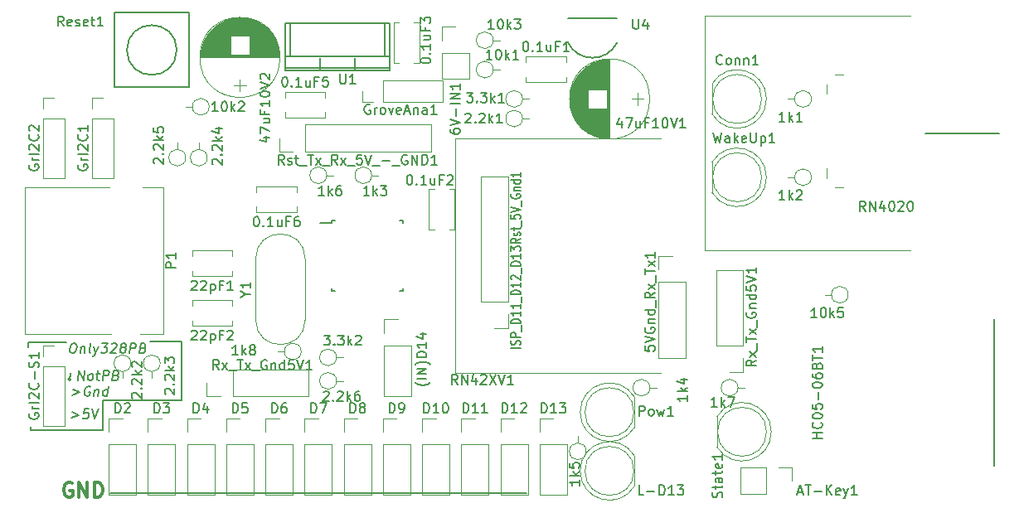
<source format=gto>
G04 #@! TF.FileFunction,Legend,Top*
%FSLAX45Y45*%
G04 Gerber Fmt 4.5, Leading zero omitted, Abs format (unit mm)*
G04 Created by KiCad (PCBNEW 4.0.5) date 02/17/17 17:53:29*
%MOMM*%
%LPD*%
G01*
G04 APERTURE LIST*
%ADD10C,0.100000*%
%ADD11C,0.200000*%
%ADD12C,0.300000*%
%ADD13C,0.120000*%
%ADD14C,0.150000*%
G04 APERTURE END LIST*
D10*
D11*
X12967679Y-6199048D02*
X12958155Y-6275238D01*
X12979583Y-6256190D02*
X12958155Y-6275238D01*
X12941488Y-6256190D01*
X13043869Y-6275238D02*
X13056369Y-6175238D01*
X13101012Y-6275238D01*
X13113512Y-6175238D01*
X13162917Y-6275238D02*
X13153988Y-6270476D01*
X13149821Y-6265714D01*
X13146250Y-6256190D01*
X13149821Y-6227619D01*
X13155774Y-6218095D01*
X13161131Y-6213333D01*
X13171250Y-6208571D01*
X13185536Y-6208571D01*
X13194464Y-6213333D01*
X13198631Y-6218095D01*
X13202202Y-6227619D01*
X13198631Y-6256190D01*
X13192679Y-6265714D01*
X13187321Y-6270476D01*
X13177202Y-6275238D01*
X13162917Y-6275238D01*
X13233155Y-6208571D02*
X13271250Y-6208571D01*
X13251607Y-6175238D02*
X13240893Y-6260952D01*
X13244464Y-6270476D01*
X13253393Y-6275238D01*
X13262917Y-6275238D01*
X13296250Y-6275238D02*
X13308750Y-6175238D01*
X13346845Y-6175238D01*
X13355774Y-6180000D01*
X13359941Y-6184762D01*
X13363512Y-6194286D01*
X13361726Y-6208571D01*
X13355774Y-6218095D01*
X13350417Y-6222857D01*
X13340298Y-6227619D01*
X13302202Y-6227619D01*
X13436131Y-6222857D02*
X13449821Y-6227619D01*
X13453988Y-6232381D01*
X13457560Y-6241905D01*
X13455774Y-6256190D01*
X13449821Y-6265714D01*
X13444464Y-6270476D01*
X13434345Y-6275238D01*
X13396250Y-6275238D01*
X13408750Y-6175238D01*
X13442083Y-6175238D01*
X13451012Y-6180000D01*
X13455179Y-6184762D01*
X13458750Y-6194286D01*
X13457560Y-6203809D01*
X13451607Y-6213333D01*
X13446250Y-6218095D01*
X13436131Y-6222857D01*
X13402798Y-6222857D01*
X12984107Y-6598571D02*
X13056726Y-6627143D01*
X12976964Y-6655714D01*
X13159702Y-6565238D02*
X13112083Y-6565238D01*
X13101369Y-6612857D01*
X13106726Y-6608095D01*
X13116845Y-6603333D01*
X13140655Y-6603333D01*
X13149583Y-6608095D01*
X13153750Y-6612857D01*
X13157321Y-6622381D01*
X13154345Y-6646190D01*
X13148393Y-6655714D01*
X13143036Y-6660476D01*
X13132917Y-6665238D01*
X13109107Y-6665238D01*
X13100179Y-6660476D01*
X13096012Y-6655714D01*
X13193036Y-6565238D02*
X13213869Y-6665238D01*
X13259702Y-6565238D01*
X13300000Y-6480000D02*
X14100000Y-6480000D01*
X13300000Y-6780000D02*
X13300000Y-6480000D01*
X13130000Y-6780000D02*
X13300000Y-6780000D01*
X12994107Y-6368571D02*
X13066726Y-6397143D01*
X12986964Y-6425714D01*
X13173869Y-6340000D02*
X13164940Y-6335238D01*
X13150655Y-6335238D01*
X13135774Y-6340000D01*
X13125059Y-6349524D01*
X13119107Y-6359048D01*
X13111964Y-6378095D01*
X13110179Y-6392381D01*
X13112559Y-6411429D01*
X13116131Y-6420952D01*
X13124464Y-6430476D01*
X13138155Y-6435238D01*
X13147679Y-6435238D01*
X13162560Y-6430476D01*
X13167917Y-6425714D01*
X13172083Y-6392381D01*
X13153036Y-6392381D01*
X13217917Y-6368571D02*
X13209583Y-6435238D01*
X13216726Y-6378095D02*
X13222083Y-6373333D01*
X13232202Y-6368571D01*
X13246488Y-6368571D01*
X13255417Y-6373333D01*
X13258988Y-6382857D01*
X13252440Y-6435238D01*
X13342917Y-6435238D02*
X13355417Y-6335238D01*
X13343512Y-6430476D02*
X13333393Y-6435238D01*
X13314345Y-6435238D01*
X13305417Y-6430476D01*
X13301250Y-6425714D01*
X13297679Y-6416190D01*
X13301250Y-6387619D01*
X13307202Y-6378095D01*
X13312559Y-6373333D01*
X13322679Y-6368571D01*
X13341726Y-6368571D01*
X13350655Y-6373333D01*
X14100000Y-5880000D02*
X14100000Y-5940000D01*
X13780000Y-5880000D02*
X14100000Y-5880000D01*
X12540000Y-5890000D02*
X12540000Y-5940000D01*
X12930000Y-5890000D02*
X12540000Y-5890000D01*
X12560000Y-6780000D02*
X12560000Y-6750000D01*
X13130000Y-6780000D02*
X12560000Y-6780000D01*
X14100000Y-6450000D02*
X14100000Y-6480000D01*
X14100000Y-5940000D02*
X14100000Y-6450000D01*
X12994940Y-5895238D02*
X13013988Y-5895238D01*
X13022917Y-5900000D01*
X13031250Y-5909524D01*
X13033631Y-5928571D01*
X13029464Y-5961905D01*
X13022321Y-5980952D01*
X13011607Y-5990476D01*
X13001488Y-5995238D01*
X12982440Y-5995238D01*
X12973512Y-5990476D01*
X12965179Y-5980952D01*
X12962798Y-5961905D01*
X12966964Y-5928571D01*
X12974107Y-5909524D01*
X12984821Y-5900000D01*
X12994940Y-5895238D01*
X13076488Y-5928571D02*
X13068155Y-5995238D01*
X13075298Y-5938095D02*
X13080655Y-5933333D01*
X13090774Y-5928571D01*
X13105060Y-5928571D01*
X13113988Y-5933333D01*
X13117560Y-5942857D01*
X13111012Y-5995238D01*
X13172917Y-5995238D02*
X13163988Y-5990476D01*
X13160417Y-5980952D01*
X13171131Y-5895238D01*
X13209821Y-5928571D02*
X13225298Y-5995238D01*
X13257441Y-5928571D02*
X13225298Y-5995238D01*
X13212798Y-6019048D01*
X13207440Y-6023809D01*
X13197321Y-6028571D01*
X13290179Y-5895238D02*
X13352083Y-5895238D01*
X13313988Y-5933333D01*
X13328274Y-5933333D01*
X13337202Y-5938095D01*
X13341369Y-5942857D01*
X13344941Y-5952381D01*
X13341964Y-5976190D01*
X13336012Y-5985714D01*
X13330655Y-5990476D01*
X13320536Y-5995238D01*
X13291964Y-5995238D01*
X13283036Y-5990476D01*
X13278869Y-5985714D01*
X13388988Y-5904762D02*
X13394345Y-5900000D01*
X13404464Y-5895238D01*
X13428274Y-5895238D01*
X13437202Y-5900000D01*
X13441369Y-5904762D01*
X13444941Y-5914286D01*
X13443750Y-5923809D01*
X13437202Y-5938095D01*
X13372917Y-5995238D01*
X13434821Y-5995238D01*
X13499107Y-5938095D02*
X13490179Y-5933333D01*
X13486012Y-5928571D01*
X13482441Y-5919048D01*
X13483036Y-5914286D01*
X13488988Y-5904762D01*
X13494345Y-5900000D01*
X13504464Y-5895238D01*
X13523512Y-5895238D01*
X13532441Y-5900000D01*
X13536607Y-5904762D01*
X13540179Y-5914286D01*
X13539583Y-5919048D01*
X13533631Y-5928571D01*
X13528274Y-5933333D01*
X13518155Y-5938095D01*
X13499107Y-5938095D01*
X13488988Y-5942857D01*
X13483631Y-5947619D01*
X13477679Y-5957143D01*
X13475298Y-5976190D01*
X13478869Y-5985714D01*
X13483036Y-5990476D01*
X13491964Y-5995238D01*
X13511012Y-5995238D01*
X13521131Y-5990476D01*
X13526488Y-5985714D01*
X13532441Y-5976190D01*
X13534821Y-5957143D01*
X13531250Y-5947619D01*
X13527083Y-5942857D01*
X13518155Y-5938095D01*
X13572917Y-5995238D02*
X13585417Y-5895238D01*
X13623512Y-5895238D01*
X13632441Y-5900000D01*
X13636607Y-5904762D01*
X13640179Y-5914286D01*
X13638393Y-5928571D01*
X13632441Y-5938095D01*
X13627083Y-5942857D01*
X13616964Y-5947619D01*
X13578869Y-5947619D01*
X13712798Y-5942857D02*
X13726488Y-5947619D01*
X13730655Y-5952381D01*
X13734226Y-5961905D01*
X13732441Y-5976190D01*
X13726488Y-5985714D01*
X13721131Y-5990476D01*
X13711012Y-5995238D01*
X13672917Y-5995238D01*
X13685417Y-5895238D01*
X13718750Y-5895238D01*
X13727679Y-5900000D01*
X13731845Y-5904762D01*
X13735417Y-5914286D01*
X13734226Y-5923809D01*
X13728274Y-5933333D01*
X13722917Y-5938095D01*
X13712798Y-5942857D01*
X13679464Y-5942857D01*
D12*
X12985714Y-7325000D02*
X12971429Y-7317857D01*
X12950000Y-7317857D01*
X12928571Y-7325000D01*
X12914286Y-7339286D01*
X12907143Y-7353571D01*
X12900000Y-7382143D01*
X12900000Y-7403571D01*
X12907143Y-7432143D01*
X12914286Y-7446429D01*
X12928571Y-7460714D01*
X12950000Y-7467857D01*
X12964286Y-7467857D01*
X12985714Y-7460714D01*
X12992857Y-7453571D01*
X12992857Y-7403571D01*
X12964286Y-7403571D01*
X13057143Y-7467857D02*
X13057143Y-7317857D01*
X13142857Y-7467857D01*
X13142857Y-7317857D01*
X13214286Y-7467857D02*
X13214286Y-7317857D01*
X13250000Y-7317857D01*
X13271429Y-7325000D01*
X13285714Y-7339286D01*
X13292857Y-7353571D01*
X13300000Y-7382143D01*
X13300000Y-7403571D01*
X13292857Y-7432143D01*
X13285714Y-7446429D01*
X13271429Y-7460714D01*
X13250000Y-7467857D01*
X13214286Y-7467857D01*
D11*
X13375000Y-7425000D02*
X17625000Y-7425000D01*
X22450000Y-3750000D02*
X21700000Y-3750000D01*
D10*
X16900000Y-3800000D02*
X19000000Y-3800000D01*
X16900000Y-6200000D02*
X19000000Y-6200000D01*
X16900000Y-3800000D02*
X16900000Y-6200000D01*
D13*
X19839000Y-5923000D02*
X19839000Y-5149000D01*
X19839000Y-5149000D02*
X19561000Y-5149000D01*
X19561000Y-5149000D02*
X19561000Y-5923000D01*
X19561000Y-5923000D02*
X19839000Y-5923000D01*
X19839000Y-6050000D02*
X19839000Y-6189000D01*
X19839000Y-6189000D02*
X19700000Y-6189000D01*
X13361000Y-6927000D02*
X13361000Y-7447000D01*
X13361000Y-7447000D02*
X13639000Y-7447000D01*
X13639000Y-7447000D02*
X13639000Y-6927000D01*
X13639000Y-6927000D02*
X13361000Y-6927000D01*
X13361000Y-6800000D02*
X13361000Y-6661000D01*
X13361000Y-6661000D02*
X13500000Y-6661000D01*
X14161000Y-6927000D02*
X14161000Y-7447000D01*
X14161000Y-7447000D02*
X14439000Y-7447000D01*
X14439000Y-7447000D02*
X14439000Y-6927000D01*
X14439000Y-6927000D02*
X14161000Y-6927000D01*
X14161000Y-6800000D02*
X14161000Y-6661000D01*
X14161000Y-6661000D02*
X14300000Y-6661000D01*
X15361000Y-6927000D02*
X15361000Y-7447000D01*
X15361000Y-7447000D02*
X15639000Y-7447000D01*
X15639000Y-7447000D02*
X15639000Y-6927000D01*
X15639000Y-6927000D02*
X15361000Y-6927000D01*
X15361000Y-6800000D02*
X15361000Y-6661000D01*
X15361000Y-6661000D02*
X15500000Y-6661000D01*
X15761000Y-6927000D02*
X15761000Y-7447000D01*
X15761000Y-7447000D02*
X16039000Y-7447000D01*
X16039000Y-7447000D02*
X16039000Y-6927000D01*
X16039000Y-6927000D02*
X15761000Y-6927000D01*
X15761000Y-6800000D02*
X15761000Y-6661000D01*
X15761000Y-6661000D02*
X15900000Y-6661000D01*
X16161000Y-6927000D02*
X16161000Y-7447000D01*
X16161000Y-7447000D02*
X16439000Y-7447000D01*
X16439000Y-7447000D02*
X16439000Y-6927000D01*
X16439000Y-6927000D02*
X16161000Y-6927000D01*
X16161000Y-6800000D02*
X16161000Y-6661000D01*
X16161000Y-6661000D02*
X16300000Y-6661000D01*
X16561000Y-6927000D02*
X16561000Y-7447000D01*
X16561000Y-7447000D02*
X16839000Y-7447000D01*
X16839000Y-7447000D02*
X16839000Y-6927000D01*
X16839000Y-6927000D02*
X16561000Y-6927000D01*
X16561000Y-6800000D02*
X16561000Y-6661000D01*
X16561000Y-6661000D02*
X16700000Y-6661000D01*
X17361000Y-6927000D02*
X17361000Y-7447000D01*
X17361000Y-7447000D02*
X17639000Y-7447000D01*
X17639000Y-7447000D02*
X17639000Y-6927000D01*
X17639000Y-6927000D02*
X17361000Y-6927000D01*
X17361000Y-6800000D02*
X17361000Y-6661000D01*
X17361000Y-6661000D02*
X17500000Y-6661000D01*
X17761000Y-6927000D02*
X17761000Y-7447000D01*
X17761000Y-7447000D02*
X18039000Y-7447000D01*
X18039000Y-7447000D02*
X18039000Y-6927000D01*
X18039000Y-6927000D02*
X17761000Y-6927000D01*
X17761000Y-6800000D02*
X17761000Y-6661000D01*
X17761000Y-6661000D02*
X17900000Y-6661000D01*
D14*
X15637500Y-4637500D02*
X15637500Y-4667500D01*
X16362500Y-4637500D02*
X16362500Y-4667500D01*
X16362500Y-5362500D02*
X16362500Y-5332500D01*
X15637500Y-5362500D02*
X15637500Y-5332500D01*
X15637500Y-4637500D02*
X15667500Y-4637500D01*
X15637500Y-5362500D02*
X15667500Y-5362500D01*
X16362500Y-5362500D02*
X16332500Y-5362500D01*
X16362500Y-4637500D02*
X16332500Y-4637500D01*
X15637500Y-4667500D02*
X15515000Y-4667500D01*
D13*
X13914000Y-5805000D02*
X13681000Y-5805000D01*
X13914000Y-4306000D02*
X13702000Y-4306000D01*
X13914000Y-5805000D02*
X13914000Y-4306000D01*
X12505000Y-5805000D02*
X12505000Y-4306000D01*
X13385000Y-5805000D02*
X12505000Y-5805000D01*
X13365000Y-4306000D02*
X12505000Y-4306000D01*
D14*
X14054000Y-2900000D02*
G75*
G03X14054000Y-2900000I-254000J0D01*
G01*
X13419000Y-2519000D02*
X14181000Y-2519000D01*
X14181000Y-2519000D02*
X14181000Y-3281000D01*
X14181000Y-3281000D02*
X13419000Y-3281000D01*
X13419000Y-2519000D02*
X13419000Y-3281000D01*
D13*
X20073000Y-7161000D02*
X19807000Y-7161000D01*
X19807000Y-7161000D02*
X19807000Y-7439000D01*
X19807000Y-7439000D02*
X20073000Y-7439000D01*
X20073000Y-7439000D02*
X20073000Y-7161000D01*
X20200000Y-7161000D02*
X20339000Y-7161000D01*
X20339000Y-7161000D02*
X20339000Y-7300000D01*
X18974500Y-5270500D02*
X18974500Y-6044500D01*
X18974500Y-6044500D02*
X19252500Y-6044500D01*
X19252500Y-6044500D02*
X19252500Y-5270500D01*
X19252500Y-5270500D02*
X18974500Y-5270500D01*
X18974500Y-5143500D02*
X18974500Y-5004500D01*
X18974500Y-5004500D02*
X19113500Y-5004500D01*
X20076000Y-3400046D02*
G75*
G03X19521000Y-3245517I-299000J46D01*
G01*
X20076000Y-3399954D02*
G75*
G02X19521000Y-3554483I-299000J-46D01*
G01*
X20027000Y-3400000D02*
G75*
G03X20027000Y-3400000I-250000J0D01*
G01*
X19521000Y-3245500D02*
X19521000Y-3554500D01*
X12688000Y-6130000D02*
X12688000Y-6742000D01*
X12688000Y-6742000D02*
X12912000Y-6742000D01*
X12912000Y-6742000D02*
X12912000Y-6130000D01*
X12912000Y-6130000D02*
X12688000Y-6130000D01*
X12688000Y-6030000D02*
X12688000Y-5918000D01*
X12688000Y-5918000D02*
X12800000Y-5918000D01*
X13188000Y-3600000D02*
X13188000Y-4212000D01*
X13188000Y-4212000D02*
X13412000Y-4212000D01*
X13412000Y-4212000D02*
X13412000Y-3600000D01*
X13412000Y-3600000D02*
X13188000Y-3600000D01*
X13188000Y-3500000D02*
X13188000Y-3388000D01*
X13188000Y-3388000D02*
X13300000Y-3388000D01*
X12688000Y-3600000D02*
X12688000Y-4212000D01*
X12688000Y-4212000D02*
X12912000Y-4212000D01*
X12912000Y-4212000D02*
X12912000Y-3600000D01*
X12912000Y-3600000D02*
X12688000Y-3600000D01*
X12688000Y-3500000D02*
X12688000Y-3388000D01*
X12688000Y-3388000D02*
X12800000Y-3388000D01*
X16160000Y-3432000D02*
X16772000Y-3432000D01*
X16772000Y-3432000D02*
X16772000Y-3208000D01*
X16772000Y-3208000D02*
X16160000Y-3208000D01*
X16160000Y-3208000D02*
X16160000Y-3432000D01*
X16060000Y-3432000D02*
X15948000Y-3432000D01*
X15948000Y-3432000D02*
X15948000Y-3320000D01*
X17439000Y-5473000D02*
X17439000Y-4191000D01*
X17439000Y-4191000D02*
X17161000Y-4191000D01*
X17161000Y-4191000D02*
X17161000Y-5473000D01*
X17161000Y-5473000D02*
X17439000Y-5473000D01*
X17439000Y-5600000D02*
X17439000Y-5739000D01*
X17439000Y-5739000D02*
X17300000Y-5739000D01*
X18174000Y-7199954D02*
G75*
G03X18729000Y-7354483I299000J-46D01*
G01*
X18174000Y-7200046D02*
G75*
G02X18729000Y-7045517I299000J46D01*
G01*
X18723000Y-7200000D02*
G75*
G03X18723000Y-7200000I-250000J0D01*
G01*
X18729000Y-7354500D02*
X18729000Y-7045500D01*
X18174000Y-6599954D02*
G75*
G03X18729000Y-6754483I299000J-46D01*
G01*
X18174000Y-6600046D02*
G75*
G02X18729000Y-6445517I299000J46D01*
G01*
X18723000Y-6600000D02*
G75*
G03X18723000Y-6600000I-250000J0D01*
G01*
X18729000Y-6754500D02*
X18729000Y-6445500D01*
D10*
X19450000Y-2550000D02*
X21550000Y-2550000D01*
X19450000Y-4950000D02*
X21550000Y-4950000D01*
X19450000Y-2550000D02*
X19450000Y-4950000D01*
D13*
X20126000Y-6800046D02*
G75*
G03X19571000Y-6645517I-299000J46D01*
G01*
X20126000Y-6799954D02*
G75*
G02X19571000Y-6954483I-299000J-46D01*
G01*
X20077000Y-6800000D02*
G75*
G03X20077000Y-6800000I-250000J0D01*
G01*
X19571000Y-6645500D02*
X19571000Y-6954500D01*
D14*
X22400000Y-5650000D02*
X22400000Y-7150000D01*
D13*
X15367000Y-3939000D02*
X16649000Y-3939000D01*
X16649000Y-3939000D02*
X16649000Y-3661000D01*
X16649000Y-3661000D02*
X15367000Y-3661000D01*
X15367000Y-3661000D02*
X15367000Y-3939000D01*
X15240000Y-3939000D02*
X15101000Y-3939000D01*
X15101000Y-3939000D02*
X15101000Y-3800000D01*
X20076000Y-4200046D02*
G75*
G03X19521000Y-4045517I-299000J46D01*
G01*
X20076000Y-4199954D02*
G75*
G02X19521000Y-4354483I-299000J-46D01*
G01*
X20027000Y-4200000D02*
G75*
G03X20027000Y-4200000I-250000J0D01*
G01*
X19521000Y-4045500D02*
X19521000Y-4354500D01*
X16761000Y-2927000D02*
X16761000Y-3193000D01*
X16761000Y-3193000D02*
X17039000Y-3193000D01*
X17039000Y-3193000D02*
X17039000Y-2927000D01*
X17039000Y-2927000D02*
X16761000Y-2927000D01*
X16761000Y-2800000D02*
X16761000Y-2661000D01*
X16761000Y-2661000D02*
X16900000Y-2661000D01*
D14*
X18550000Y-2575000D02*
X18050000Y-2575000D01*
X18047583Y-2820045D02*
G75*
G03X18550000Y-2825000I252417J120045D01*
G01*
D13*
X17619000Y-2969000D02*
X18031000Y-2969000D01*
X17619000Y-3231000D02*
X18031000Y-3231000D01*
X17619000Y-2969000D02*
X17619000Y-3025000D01*
X17619000Y-3175000D02*
X17619000Y-3231000D01*
X18031000Y-2969000D02*
X18031000Y-3025000D01*
X18031000Y-3175000D02*
X18031000Y-3231000D01*
X16891000Y-4319000D02*
X16891000Y-4731000D01*
X16629000Y-4319000D02*
X16629000Y-4731000D01*
X16891000Y-4319000D02*
X16835000Y-4319000D01*
X16685000Y-4319000D02*
X16629000Y-4319000D01*
X16891000Y-4731000D02*
X16835000Y-4731000D01*
X16685000Y-4731000D02*
X16629000Y-4731000D01*
X16531000Y-2619000D02*
X16531000Y-3031000D01*
X16269000Y-2619000D02*
X16269000Y-3031000D01*
X16531000Y-2619000D02*
X16475000Y-2619000D01*
X16325000Y-2619000D02*
X16269000Y-2619000D01*
X16531000Y-3031000D02*
X16475000Y-3031000D01*
X16325000Y-3031000D02*
X16269000Y-3031000D01*
X15159000Y-3329000D02*
X15571000Y-3329000D01*
X15159000Y-3591000D02*
X15571000Y-3591000D01*
X15159000Y-3329000D02*
X15159000Y-3385000D01*
X15159000Y-3535000D02*
X15159000Y-3591000D01*
X15571000Y-3329000D02*
X15571000Y-3385000D01*
X15571000Y-3535000D02*
X15571000Y-3591000D01*
X15281000Y-4556000D02*
X14869000Y-4556000D01*
X15281000Y-4294000D02*
X14869000Y-4294000D01*
X15281000Y-4556000D02*
X15281000Y-4500000D01*
X15281000Y-4350000D02*
X15281000Y-4294000D01*
X14869000Y-4556000D02*
X14869000Y-4500000D01*
X14869000Y-4350000D02*
X14869000Y-4294000D01*
X20536000Y-3400000D02*
G75*
G03X20536000Y-3400000I-86000J0D01*
G01*
X20364000Y-3400000D02*
X20296000Y-3400000D01*
X20536000Y-4200000D02*
G75*
G03X20536000Y-4200000I-86000J0D01*
G01*
X20364000Y-4200000D02*
X20296000Y-4200000D01*
X16046000Y-4180000D02*
G75*
G03X16046000Y-4180000I-86000J0D01*
G01*
X16046000Y-4180000D02*
X16114000Y-4180000D01*
X18886000Y-6350000D02*
G75*
G03X18886000Y-6350000I-86000J0D01*
G01*
X18886000Y-6350000D02*
X18954000Y-6350000D01*
X18236000Y-7000000D02*
G75*
G03X18236000Y-7000000I-86000J0D01*
G01*
X18150000Y-6914000D02*
X18150000Y-6846000D01*
X15586000Y-4180000D02*
G75*
G03X15586000Y-4180000I-86000J0D01*
G01*
X15586000Y-4180000D02*
X15654000Y-4180000D01*
X19786000Y-6350000D02*
G75*
G03X19786000Y-6350000I-86000J0D01*
G01*
X19786000Y-6350000D02*
X19854000Y-6350000D01*
X17586000Y-3600000D02*
G75*
G03X17586000Y-3600000I-86000J0D01*
G01*
X17586000Y-3600000D02*
X17654000Y-3600000D01*
X13586000Y-6100000D02*
G75*
G03X13586000Y-6100000I-86000J0D01*
G01*
X13500000Y-6186000D02*
X13500000Y-6254000D01*
X13886000Y-6100000D02*
G75*
G03X13886000Y-6100000I-86000J0D01*
G01*
X13800000Y-6186000D02*
X13800000Y-6254000D01*
X14366000Y-4000000D02*
G75*
G03X14366000Y-4000000I-86000J0D01*
G01*
X14280000Y-3914000D02*
X14280000Y-3846000D01*
X14146000Y-4000000D02*
G75*
G03X14146000Y-4000000I-86000J0D01*
G01*
X14060000Y-3914000D02*
X14060000Y-3846000D01*
X17586000Y-3400000D02*
G75*
G03X17586000Y-3400000I-86000J0D01*
G01*
X17586000Y-3400000D02*
X17654000Y-3400000D01*
X17286000Y-3100000D02*
G75*
G03X17286000Y-3100000I-86000J0D01*
G01*
X17286000Y-3100000D02*
X17354000Y-3100000D01*
X14386000Y-3480000D02*
G75*
G03X14386000Y-3480000I-86000J0D01*
G01*
X14214000Y-3480000D02*
X14146000Y-3480000D01*
X17286000Y-2800000D02*
G75*
G03X17286000Y-2800000I-86000J0D01*
G01*
X17286000Y-2800000D02*
X17354000Y-2800000D01*
X20911000Y-5400000D02*
G75*
G03X20911000Y-5400000I-86000J0D01*
G01*
X20739000Y-5400000D02*
X20671000Y-5400000D01*
X14622500Y-5211000D02*
X14210500Y-5211000D01*
X14622500Y-4949000D02*
X14210500Y-4949000D01*
X14622500Y-5211000D02*
X14622500Y-5155000D01*
X14622500Y-5005000D02*
X14622500Y-4949000D01*
X14210500Y-5211000D02*
X14210500Y-5155000D01*
X14210500Y-5005000D02*
X14210500Y-4949000D01*
X14622500Y-5719000D02*
X14210500Y-5719000D01*
X14622500Y-5457000D02*
X14210500Y-5457000D01*
X14622500Y-5719000D02*
X14622500Y-5663000D01*
X14622500Y-5513000D02*
X14622500Y-5457000D01*
X14210500Y-5719000D02*
X14210500Y-5663000D01*
X14210500Y-5513000D02*
X14210500Y-5457000D01*
X18884000Y-3400000D02*
G75*
G03X18884000Y-3400000I-409000J0D01*
G01*
X18475000Y-3805000D02*
X18475000Y-2995000D01*
X18471000Y-3805000D02*
X18471000Y-2995000D01*
X18467000Y-3805000D02*
X18467000Y-2995000D01*
X18463000Y-3804900D02*
X18463000Y-2995100D01*
X18459000Y-3804700D02*
X18459000Y-2995300D01*
X18455000Y-3804600D02*
X18455000Y-2995400D01*
X18451000Y-3804300D02*
X18451000Y-2995700D01*
X18447000Y-3804100D02*
X18447000Y-3498000D01*
X18447000Y-3302000D02*
X18447000Y-2995900D01*
X18443000Y-3803800D02*
X18443000Y-3498000D01*
X18443000Y-3302000D02*
X18443000Y-2996200D01*
X18439000Y-3803500D02*
X18439000Y-3498000D01*
X18439000Y-3302000D02*
X18439000Y-2996500D01*
X18435000Y-3803100D02*
X18435000Y-3498000D01*
X18435000Y-3302000D02*
X18435000Y-2996900D01*
X18431000Y-3802700D02*
X18431000Y-3498000D01*
X18431000Y-3302000D02*
X18431000Y-2997300D01*
X18427000Y-3802200D02*
X18427000Y-3498000D01*
X18427000Y-3302000D02*
X18427000Y-2997800D01*
X18423000Y-3801700D02*
X18423000Y-3498000D01*
X18423000Y-3302000D02*
X18423000Y-2998300D01*
X18419000Y-3801200D02*
X18419000Y-3498000D01*
X18419000Y-3302000D02*
X18419000Y-2998800D01*
X18415000Y-3800600D02*
X18415000Y-3498000D01*
X18415000Y-3302000D02*
X18415000Y-2999400D01*
X18411000Y-3800000D02*
X18411000Y-3498000D01*
X18411000Y-3302000D02*
X18411000Y-3000000D01*
X18407000Y-3799400D02*
X18407000Y-3498000D01*
X18407000Y-3302000D02*
X18407000Y-3000600D01*
X18402900Y-3798700D02*
X18402900Y-3498000D01*
X18402900Y-3302000D02*
X18402900Y-3001300D01*
X18398900Y-3797900D02*
X18398900Y-3498000D01*
X18398900Y-3302000D02*
X18398900Y-3002100D01*
X18394900Y-3797100D02*
X18394900Y-3498000D01*
X18394900Y-3302000D02*
X18394900Y-3002900D01*
X18390900Y-3796300D02*
X18390900Y-3498000D01*
X18390900Y-3302000D02*
X18390900Y-3003700D01*
X18386900Y-3795500D02*
X18386900Y-3498000D01*
X18386900Y-3302000D02*
X18386900Y-3004500D01*
X18382900Y-3794600D02*
X18382900Y-3498000D01*
X18382900Y-3302000D02*
X18382900Y-3005400D01*
X18378900Y-3793600D02*
X18378900Y-3498000D01*
X18378900Y-3302000D02*
X18378900Y-3006400D01*
X18374900Y-3792600D02*
X18374900Y-3498000D01*
X18374900Y-3302000D02*
X18374900Y-3007400D01*
X18370900Y-3791600D02*
X18370900Y-3498000D01*
X18370900Y-3302000D02*
X18370900Y-3008400D01*
X18366900Y-3790500D02*
X18366900Y-3498000D01*
X18366900Y-3302000D02*
X18366900Y-3009500D01*
X18362900Y-3789400D02*
X18362900Y-3498000D01*
X18362900Y-3302000D02*
X18362900Y-3010600D01*
X18358900Y-3788300D02*
X18358900Y-3498000D01*
X18358900Y-3302000D02*
X18358900Y-3011700D01*
X18354900Y-3787000D02*
X18354900Y-3498000D01*
X18354900Y-3302000D02*
X18354900Y-3013000D01*
X18350900Y-3785800D02*
X18350900Y-3498000D01*
X18350900Y-3302000D02*
X18350900Y-3014200D01*
X18346900Y-3784500D02*
X18346900Y-3498000D01*
X18346900Y-3302000D02*
X18346900Y-3015500D01*
X18342900Y-3783200D02*
X18342900Y-3498000D01*
X18342900Y-3302000D02*
X18342900Y-3016800D01*
X18338900Y-3781800D02*
X18338900Y-3498000D01*
X18338900Y-3302000D02*
X18338900Y-3018200D01*
X18334900Y-3780300D02*
X18334900Y-3498000D01*
X18334900Y-3302000D02*
X18334900Y-3019700D01*
X18330900Y-3778900D02*
X18330900Y-3498000D01*
X18330900Y-3302000D02*
X18330900Y-3021100D01*
X18326900Y-3777300D02*
X18326900Y-3498000D01*
X18326900Y-3302000D02*
X18326900Y-3022700D01*
X18322900Y-3775800D02*
X18322900Y-3498000D01*
X18322900Y-3302000D02*
X18322900Y-3024200D01*
X18318900Y-3774100D02*
X18318900Y-3498000D01*
X18318900Y-3302000D02*
X18318900Y-3025900D01*
X18314900Y-3772500D02*
X18314900Y-3498000D01*
X18314900Y-3302000D02*
X18314900Y-3027500D01*
X18310900Y-3770700D02*
X18310900Y-3498000D01*
X18310900Y-3302000D02*
X18310900Y-3029300D01*
X18306900Y-3769000D02*
X18306900Y-3498000D01*
X18306900Y-3302000D02*
X18306900Y-3031000D01*
X18302900Y-3767100D02*
X18302900Y-3498000D01*
X18302900Y-3302000D02*
X18302900Y-3032900D01*
X18298900Y-3765200D02*
X18298900Y-3498000D01*
X18298900Y-3302000D02*
X18298900Y-3034800D01*
X18294900Y-3763300D02*
X18294900Y-3498000D01*
X18294900Y-3302000D02*
X18294900Y-3036700D01*
X18290900Y-3761300D02*
X18290900Y-3498000D01*
X18290900Y-3302000D02*
X18290900Y-3038700D01*
X18286900Y-3759300D02*
X18286900Y-3498000D01*
X18286900Y-3302000D02*
X18286900Y-3040700D01*
X18282900Y-3757200D02*
X18282900Y-3498000D01*
X18282900Y-3302000D02*
X18282900Y-3042800D01*
X18278900Y-3755000D02*
X18278900Y-3498000D01*
X18278900Y-3302000D02*
X18278900Y-3045000D01*
X18274900Y-3752800D02*
X18274900Y-3498000D01*
X18274900Y-3302000D02*
X18274900Y-3047200D01*
X18270900Y-3750500D02*
X18270900Y-3498000D01*
X18270900Y-3302000D02*
X18270900Y-3049500D01*
X18266900Y-3748200D02*
X18266900Y-3498000D01*
X18266900Y-3302000D02*
X18266900Y-3051800D01*
X18262900Y-3745800D02*
X18262900Y-3498000D01*
X18262900Y-3302000D02*
X18262900Y-3054200D01*
X18258900Y-3743400D02*
X18258900Y-3498000D01*
X18258900Y-3302000D02*
X18258900Y-3056600D01*
X18254900Y-3740800D02*
X18254900Y-3498000D01*
X18254900Y-3302000D02*
X18254900Y-3059200D01*
X18250900Y-3738300D02*
X18250900Y-3061700D01*
X18246900Y-3735600D02*
X18246900Y-3064400D01*
X18242900Y-3732900D02*
X18242900Y-3067100D01*
X18238900Y-3730100D02*
X18238900Y-3069900D01*
X18234900Y-3727200D02*
X18234900Y-3072800D01*
X18230900Y-3724300D02*
X18230900Y-3075700D01*
X18226900Y-3721300D02*
X18226900Y-3078700D01*
X18222900Y-3718200D02*
X18222900Y-3081800D01*
X18218900Y-3715000D02*
X18218900Y-3085000D01*
X18214900Y-3711800D02*
X18214900Y-3088200D01*
X18210900Y-3708400D02*
X18210900Y-3091600D01*
X18206900Y-3705000D02*
X18206900Y-3095000D01*
X18202900Y-3701500D02*
X18202900Y-3098500D01*
X18198900Y-3697900D02*
X18198900Y-3102100D01*
X18194900Y-3694200D02*
X18194900Y-3105800D01*
X18190900Y-3690400D02*
X18190900Y-3109600D01*
X18186900Y-3686500D02*
X18186900Y-3113500D01*
X18182900Y-3682400D02*
X18182900Y-3117600D01*
X18178900Y-3678300D02*
X18178900Y-3121700D01*
X18174900Y-3674000D02*
X18174900Y-3126000D01*
X18170900Y-3669700D02*
X18170900Y-3130300D01*
X18166900Y-3665200D02*
X18166900Y-3134800D01*
X18162900Y-3660500D02*
X18162900Y-3139500D01*
X18158900Y-3655700D02*
X18158900Y-3144300D01*
X18154900Y-3650800D02*
X18154900Y-3149200D01*
X18150900Y-3645700D02*
X18150900Y-3154300D01*
X18146900Y-3640400D02*
X18146900Y-3159600D01*
X18142900Y-3634900D02*
X18142900Y-3165100D01*
X18138900Y-3629300D02*
X18138900Y-3170700D01*
X18134900Y-3623400D02*
X18134900Y-3176600D01*
X18130900Y-3617300D02*
X18130900Y-3182700D01*
X18126900Y-3610900D02*
X18126900Y-3189100D01*
X18122900Y-3604300D02*
X18122900Y-3195700D01*
X18118900Y-3597400D02*
X18118900Y-3202600D01*
X18114900Y-3590200D02*
X18114900Y-3209800D01*
X18110900Y-3582600D02*
X18110900Y-3217400D01*
X18106900Y-3574500D02*
X18106900Y-3225500D01*
X18102900Y-3566000D02*
X18102900Y-3234000D01*
X18098900Y-3557000D02*
X18098900Y-3243000D01*
X18094900Y-3547300D02*
X18094900Y-3252700D01*
X18090900Y-3536900D02*
X18090900Y-3263100D01*
X18086900Y-3525400D02*
X18086900Y-3274600D01*
X18082900Y-3512700D02*
X18082900Y-3287300D01*
X18078900Y-3498300D02*
X18078900Y-3301700D01*
X18074900Y-3481400D02*
X18074900Y-3318600D01*
X18070900Y-3459800D02*
X18070900Y-3340200D01*
X18066900Y-3424600D02*
X18066900Y-3375400D01*
X18820000Y-3400000D02*
X18700000Y-3400000D01*
X18760000Y-3465000D02*
X18760000Y-3335000D01*
X15109000Y-2975000D02*
G75*
G03X15109000Y-2975000I-409000J0D01*
G01*
X14295000Y-2975000D02*
X15105000Y-2975000D01*
X14295000Y-2971000D02*
X15105000Y-2971000D01*
X14295000Y-2967000D02*
X15105000Y-2967000D01*
X14295100Y-2963000D02*
X15104900Y-2963000D01*
X14295300Y-2959000D02*
X15104700Y-2959000D01*
X14295400Y-2955000D02*
X15104600Y-2955000D01*
X14295700Y-2951000D02*
X15104300Y-2951000D01*
X14295900Y-2947000D02*
X14602000Y-2947000D01*
X14798000Y-2947000D02*
X15104100Y-2947000D01*
X14296200Y-2943000D02*
X14602000Y-2943000D01*
X14798000Y-2943000D02*
X15103800Y-2943000D01*
X14296500Y-2939000D02*
X14602000Y-2939000D01*
X14798000Y-2939000D02*
X15103500Y-2939000D01*
X14296900Y-2935000D02*
X14602000Y-2935000D01*
X14798000Y-2935000D02*
X15103100Y-2935000D01*
X14297300Y-2931000D02*
X14602000Y-2931000D01*
X14798000Y-2931000D02*
X15102700Y-2931000D01*
X14297800Y-2927000D02*
X14602000Y-2927000D01*
X14798000Y-2927000D02*
X15102200Y-2927000D01*
X14298300Y-2923000D02*
X14602000Y-2923000D01*
X14798000Y-2923000D02*
X15101700Y-2923000D01*
X14298800Y-2919000D02*
X14602000Y-2919000D01*
X14798000Y-2919000D02*
X15101200Y-2919000D01*
X14299400Y-2915000D02*
X14602000Y-2915000D01*
X14798000Y-2915000D02*
X15100600Y-2915000D01*
X14300000Y-2911000D02*
X14602000Y-2911000D01*
X14798000Y-2911000D02*
X15100000Y-2911000D01*
X14300600Y-2907000D02*
X14602000Y-2907000D01*
X14798000Y-2907000D02*
X15099400Y-2907000D01*
X14301300Y-2902900D02*
X14602000Y-2902900D01*
X14798000Y-2902900D02*
X15098700Y-2902900D01*
X14302100Y-2898900D02*
X14602000Y-2898900D01*
X14798000Y-2898900D02*
X15097900Y-2898900D01*
X14302900Y-2894900D02*
X14602000Y-2894900D01*
X14798000Y-2894900D02*
X15097100Y-2894900D01*
X14303700Y-2890900D02*
X14602000Y-2890900D01*
X14798000Y-2890900D02*
X15096300Y-2890900D01*
X14304500Y-2886900D02*
X14602000Y-2886900D01*
X14798000Y-2886900D02*
X15095500Y-2886900D01*
X14305400Y-2882900D02*
X14602000Y-2882900D01*
X14798000Y-2882900D02*
X15094600Y-2882900D01*
X14306400Y-2878900D02*
X14602000Y-2878900D01*
X14798000Y-2878900D02*
X15093600Y-2878900D01*
X14307400Y-2874900D02*
X14602000Y-2874900D01*
X14798000Y-2874900D02*
X15092600Y-2874900D01*
X14308400Y-2870900D02*
X14602000Y-2870900D01*
X14798000Y-2870900D02*
X15091600Y-2870900D01*
X14309500Y-2866900D02*
X14602000Y-2866900D01*
X14798000Y-2866900D02*
X15090500Y-2866900D01*
X14310600Y-2862900D02*
X14602000Y-2862900D01*
X14798000Y-2862900D02*
X15089400Y-2862900D01*
X14311700Y-2858900D02*
X14602000Y-2858900D01*
X14798000Y-2858900D02*
X15088300Y-2858900D01*
X14313000Y-2854900D02*
X14602000Y-2854900D01*
X14798000Y-2854900D02*
X15087000Y-2854900D01*
X14314200Y-2850900D02*
X14602000Y-2850900D01*
X14798000Y-2850900D02*
X15085800Y-2850900D01*
X14315500Y-2846900D02*
X14602000Y-2846900D01*
X14798000Y-2846900D02*
X15084500Y-2846900D01*
X14316800Y-2842900D02*
X14602000Y-2842900D01*
X14798000Y-2842900D02*
X15083200Y-2842900D01*
X14318200Y-2838900D02*
X14602000Y-2838900D01*
X14798000Y-2838900D02*
X15081800Y-2838900D01*
X14319700Y-2834900D02*
X14602000Y-2834900D01*
X14798000Y-2834900D02*
X15080300Y-2834900D01*
X14321100Y-2830900D02*
X14602000Y-2830900D01*
X14798000Y-2830900D02*
X15078900Y-2830900D01*
X14322700Y-2826900D02*
X14602000Y-2826900D01*
X14798000Y-2826900D02*
X15077300Y-2826900D01*
X14324200Y-2822900D02*
X14602000Y-2822900D01*
X14798000Y-2822900D02*
X15075800Y-2822900D01*
X14325900Y-2818900D02*
X14602000Y-2818900D01*
X14798000Y-2818900D02*
X15074100Y-2818900D01*
X14327500Y-2814900D02*
X14602000Y-2814900D01*
X14798000Y-2814900D02*
X15072500Y-2814900D01*
X14329300Y-2810900D02*
X14602000Y-2810900D01*
X14798000Y-2810900D02*
X15070700Y-2810900D01*
X14331000Y-2806900D02*
X14602000Y-2806900D01*
X14798000Y-2806900D02*
X15069000Y-2806900D01*
X14332900Y-2802900D02*
X14602000Y-2802900D01*
X14798000Y-2802900D02*
X15067100Y-2802900D01*
X14334800Y-2798900D02*
X14602000Y-2798900D01*
X14798000Y-2798900D02*
X15065200Y-2798900D01*
X14336700Y-2794900D02*
X14602000Y-2794900D01*
X14798000Y-2794900D02*
X15063300Y-2794900D01*
X14338700Y-2790900D02*
X14602000Y-2790900D01*
X14798000Y-2790900D02*
X15061300Y-2790900D01*
X14340700Y-2786900D02*
X14602000Y-2786900D01*
X14798000Y-2786900D02*
X15059300Y-2786900D01*
X14342800Y-2782900D02*
X14602000Y-2782900D01*
X14798000Y-2782900D02*
X15057200Y-2782900D01*
X14345000Y-2778900D02*
X14602000Y-2778900D01*
X14798000Y-2778900D02*
X15055000Y-2778900D01*
X14347200Y-2774900D02*
X14602000Y-2774900D01*
X14798000Y-2774900D02*
X15052800Y-2774900D01*
X14349500Y-2770900D02*
X14602000Y-2770900D01*
X14798000Y-2770900D02*
X15050500Y-2770900D01*
X14351800Y-2766900D02*
X14602000Y-2766900D01*
X14798000Y-2766900D02*
X15048200Y-2766900D01*
X14354200Y-2762900D02*
X14602000Y-2762900D01*
X14798000Y-2762900D02*
X15045800Y-2762900D01*
X14356600Y-2758900D02*
X14602000Y-2758900D01*
X14798000Y-2758900D02*
X15043400Y-2758900D01*
X14359200Y-2754900D02*
X14602000Y-2754900D01*
X14798000Y-2754900D02*
X15040800Y-2754900D01*
X14361700Y-2750900D02*
X15038300Y-2750900D01*
X14364400Y-2746900D02*
X15035600Y-2746900D01*
X14367100Y-2742900D02*
X15032900Y-2742900D01*
X14369900Y-2738900D02*
X15030100Y-2738900D01*
X14372800Y-2734900D02*
X15027200Y-2734900D01*
X14375700Y-2730900D02*
X15024300Y-2730900D01*
X14378700Y-2726900D02*
X15021300Y-2726900D01*
X14381800Y-2722900D02*
X15018200Y-2722900D01*
X14385000Y-2718900D02*
X15015000Y-2718900D01*
X14388200Y-2714900D02*
X15011800Y-2714900D01*
X14391600Y-2710900D02*
X15008400Y-2710900D01*
X14395000Y-2706900D02*
X15005000Y-2706900D01*
X14398500Y-2702900D02*
X15001500Y-2702900D01*
X14402100Y-2698900D02*
X14997900Y-2698900D01*
X14405800Y-2694900D02*
X14994200Y-2694900D01*
X14409600Y-2690900D02*
X14990400Y-2690900D01*
X14413500Y-2686900D02*
X14986500Y-2686900D01*
X14417600Y-2682900D02*
X14982400Y-2682900D01*
X14421700Y-2678900D02*
X14978300Y-2678900D01*
X14426000Y-2674900D02*
X14974000Y-2674900D01*
X14430300Y-2670900D02*
X14969700Y-2670900D01*
X14434800Y-2666900D02*
X14965200Y-2666900D01*
X14439500Y-2662900D02*
X14960500Y-2662900D01*
X14444300Y-2658900D02*
X14955700Y-2658900D01*
X14449200Y-2654900D02*
X14950800Y-2654900D01*
X14454300Y-2650900D02*
X14945700Y-2650900D01*
X14459600Y-2646900D02*
X14940400Y-2646900D01*
X14465100Y-2642900D02*
X14934900Y-2642900D01*
X14470700Y-2638900D02*
X14929300Y-2638900D01*
X14476600Y-2634900D02*
X14923400Y-2634900D01*
X14482700Y-2630900D02*
X14917300Y-2630900D01*
X14489100Y-2626900D02*
X14910900Y-2626900D01*
X14495700Y-2622900D02*
X14904300Y-2622900D01*
X14502600Y-2618900D02*
X14897400Y-2618900D01*
X14509800Y-2614900D02*
X14890200Y-2614900D01*
X14517400Y-2610900D02*
X14882600Y-2610900D01*
X14525500Y-2606900D02*
X14874500Y-2606900D01*
X14534000Y-2602900D02*
X14866000Y-2602900D01*
X14543000Y-2598900D02*
X14857000Y-2598900D01*
X14552700Y-2594900D02*
X14847300Y-2594900D01*
X14563100Y-2590900D02*
X14836900Y-2590900D01*
X14574600Y-2586900D02*
X14825400Y-2586900D01*
X14587300Y-2582900D02*
X14812700Y-2582900D01*
X14601700Y-2578900D02*
X14798300Y-2578900D01*
X14618600Y-2574900D02*
X14781400Y-2574900D01*
X14640200Y-2570900D02*
X14759800Y-2570900D01*
X14675400Y-2566900D02*
X14724600Y-2566900D01*
X14700000Y-3320000D02*
X14700000Y-3200000D01*
X14635000Y-3260000D02*
X14765000Y-3260000D01*
D14*
X15217400Y-2965100D02*
X15217400Y-2622200D01*
X16182600Y-2965100D02*
X16182600Y-2622200D01*
X15166600Y-3079400D02*
X16233400Y-3079400D01*
X15522200Y-2977800D02*
X15522200Y-3104800D01*
X15877800Y-2977800D02*
X15877800Y-3104800D01*
X16233400Y-2965100D02*
X15166600Y-2965100D01*
X15166600Y-2622200D02*
X16233400Y-2622200D01*
X16233400Y-3104800D02*
X16233400Y-2622200D01*
X15166600Y-3104800D02*
X15166600Y-2622200D01*
X15166600Y-3104800D02*
X16233400Y-3104800D01*
D13*
X16171000Y-5917000D02*
X16171000Y-6437000D01*
X16171000Y-6437000D02*
X16449000Y-6437000D01*
X16449000Y-6437000D02*
X16449000Y-5917000D01*
X16449000Y-5917000D02*
X16171000Y-5917000D01*
X16171000Y-5790000D02*
X16171000Y-5651000D01*
X16171000Y-5651000D02*
X16310000Y-5651000D01*
X15326000Y-5980000D02*
G75*
G03X15326000Y-5980000I-86000J0D01*
G01*
X15154000Y-5980000D02*
X15086000Y-5980000D01*
X15686000Y-6280000D02*
G75*
G03X15686000Y-6280000I-86000J0D01*
G01*
X15686000Y-6280000D02*
X15754000Y-6280000D01*
X15686000Y-6040000D02*
G75*
G03X15686000Y-6040000I-86000J0D01*
G01*
X15686000Y-6040000D02*
X15754000Y-6040000D01*
X14627000Y-6439000D02*
X15401000Y-6439000D01*
X15401000Y-6439000D02*
X15401000Y-6161000D01*
X15401000Y-6161000D02*
X14627000Y-6161000D01*
X14627000Y-6161000D02*
X14627000Y-6439000D01*
X14500000Y-6439000D02*
X14361000Y-6439000D01*
X14361000Y-6439000D02*
X14361000Y-6300000D01*
X13761000Y-6927000D02*
X13761000Y-7447000D01*
X13761000Y-7447000D02*
X14039000Y-7447000D01*
X14039000Y-7447000D02*
X14039000Y-6927000D01*
X14039000Y-6927000D02*
X13761000Y-6927000D01*
X13761000Y-6800000D02*
X13761000Y-6661000D01*
X13761000Y-6661000D02*
X13900000Y-6661000D01*
X14561000Y-6927000D02*
X14561000Y-7447000D01*
X14561000Y-7447000D02*
X14839000Y-7447000D01*
X14839000Y-7447000D02*
X14839000Y-6927000D01*
X14839000Y-6927000D02*
X14561000Y-6927000D01*
X14561000Y-6800000D02*
X14561000Y-6661000D01*
X14561000Y-6661000D02*
X14700000Y-6661000D01*
X14961000Y-6927000D02*
X14961000Y-7447000D01*
X14961000Y-7447000D02*
X15239000Y-7447000D01*
X15239000Y-7447000D02*
X15239000Y-6927000D01*
X15239000Y-6927000D02*
X14961000Y-6927000D01*
X14961000Y-6800000D02*
X14961000Y-6661000D01*
X14961000Y-6661000D02*
X15100000Y-6661000D01*
X16961000Y-6927000D02*
X16961000Y-7447000D01*
X16961000Y-7447000D02*
X17239000Y-7447000D01*
X17239000Y-7447000D02*
X17239000Y-6927000D01*
X17239000Y-6927000D02*
X16961000Y-6927000D01*
X16961000Y-6800000D02*
X16961000Y-6661000D01*
X16961000Y-6661000D02*
X17100000Y-6661000D01*
X15365500Y-5656500D02*
G75*
G02X14860500Y-5656500I-252500J0D01*
G01*
X15365500Y-5031500D02*
G75*
G03X14860500Y-5031500I-252500J0D01*
G01*
X14860500Y-5656500D02*
X14860500Y-5031500D01*
X15365500Y-5656500D02*
X15365500Y-5031500D01*
D10*
X20777000Y-3153500D02*
X20857000Y-3153500D01*
X20687000Y-3248500D02*
X20687000Y-3348500D01*
X20687000Y-4208500D02*
X20687000Y-4108500D01*
X20777000Y-4303500D02*
X20857000Y-4303500D01*
X20857000Y-4303500D02*
X20852000Y-4303500D01*
D14*
X16921238Y-6315238D02*
X16887905Y-6267619D01*
X16864095Y-6315238D02*
X16864095Y-6215238D01*
X16902191Y-6215238D01*
X16911714Y-6220000D01*
X16916476Y-6224762D01*
X16921238Y-6234286D01*
X16921238Y-6248571D01*
X16916476Y-6258095D01*
X16911714Y-6262857D01*
X16902191Y-6267619D01*
X16864095Y-6267619D01*
X16964095Y-6315238D02*
X16964095Y-6215238D01*
X17021238Y-6315238D01*
X17021238Y-6215238D01*
X17111714Y-6248571D02*
X17111714Y-6315238D01*
X17087905Y-6210476D02*
X17064095Y-6281905D01*
X17126000Y-6281905D01*
X17159333Y-6224762D02*
X17164095Y-6220000D01*
X17173619Y-6215238D01*
X17197429Y-6215238D01*
X17206952Y-6220000D01*
X17211714Y-6224762D01*
X17216476Y-6234286D01*
X17216476Y-6243809D01*
X17211714Y-6258095D01*
X17154571Y-6315238D01*
X17216476Y-6315238D01*
X17249810Y-6215238D02*
X17316476Y-6315238D01*
X17316476Y-6215238D02*
X17249810Y-6315238D01*
X17340286Y-6215238D02*
X17373619Y-6315238D01*
X17406952Y-6215238D01*
X17492667Y-6315238D02*
X17435524Y-6315238D01*
X17464095Y-6315238D02*
X17464095Y-6215238D01*
X17454571Y-6229524D01*
X17445048Y-6239048D01*
X17435524Y-6243809D01*
X19970238Y-6067857D02*
X19922619Y-6101191D01*
X19970238Y-6125000D02*
X19870238Y-6125000D01*
X19870238Y-6086905D01*
X19875000Y-6077381D01*
X19879762Y-6072619D01*
X19889286Y-6067857D01*
X19903571Y-6067857D01*
X19913095Y-6072619D01*
X19917857Y-6077381D01*
X19922619Y-6086905D01*
X19922619Y-6125000D01*
X19970238Y-6034524D02*
X19903571Y-5982143D01*
X19903571Y-6034524D02*
X19970238Y-5982143D01*
X19979762Y-5967857D02*
X19979762Y-5891667D01*
X19870238Y-5882143D02*
X19870238Y-5825000D01*
X19970238Y-5853571D02*
X19870238Y-5853571D01*
X19970238Y-5801190D02*
X19903571Y-5748809D01*
X19903571Y-5801190D02*
X19970238Y-5748809D01*
X19979762Y-5734524D02*
X19979762Y-5658333D01*
X19875000Y-5582143D02*
X19870238Y-5591667D01*
X19870238Y-5605952D01*
X19875000Y-5620238D01*
X19884524Y-5629762D01*
X19894048Y-5634524D01*
X19913095Y-5639286D01*
X19927381Y-5639286D01*
X19946429Y-5634524D01*
X19955952Y-5629762D01*
X19965476Y-5620238D01*
X19970238Y-5605952D01*
X19970238Y-5596428D01*
X19965476Y-5582143D01*
X19960714Y-5577381D01*
X19927381Y-5577381D01*
X19927381Y-5596428D01*
X19903571Y-5534524D02*
X19970238Y-5534524D01*
X19913095Y-5534524D02*
X19908333Y-5529762D01*
X19903571Y-5520238D01*
X19903571Y-5505952D01*
X19908333Y-5496429D01*
X19917857Y-5491667D01*
X19970238Y-5491667D01*
X19970238Y-5401190D02*
X19870238Y-5401190D01*
X19965476Y-5401190D02*
X19970238Y-5410714D01*
X19970238Y-5429762D01*
X19965476Y-5439286D01*
X19960714Y-5444048D01*
X19951191Y-5448810D01*
X19922619Y-5448810D01*
X19913095Y-5444048D01*
X19908333Y-5439286D01*
X19903571Y-5429762D01*
X19903571Y-5410714D01*
X19908333Y-5401190D01*
X19870238Y-5305952D02*
X19870238Y-5353571D01*
X19917857Y-5358333D01*
X19913095Y-5353571D01*
X19908333Y-5344048D01*
X19908333Y-5320238D01*
X19913095Y-5310714D01*
X19917857Y-5305952D01*
X19927381Y-5301190D01*
X19951191Y-5301190D01*
X19960714Y-5305952D01*
X19965476Y-5310714D01*
X19970238Y-5320238D01*
X19970238Y-5344048D01*
X19965476Y-5353571D01*
X19960714Y-5358333D01*
X19870238Y-5272619D02*
X19970238Y-5239286D01*
X19870238Y-5205952D01*
X19970238Y-5120238D02*
X19970238Y-5177381D01*
X19970238Y-5148810D02*
X19870238Y-5148810D01*
X19884524Y-5158333D01*
X19894048Y-5167857D01*
X19898810Y-5177381D01*
X13426190Y-6606238D02*
X13426190Y-6506238D01*
X13450000Y-6506238D01*
X13464286Y-6511000D01*
X13473810Y-6520524D01*
X13478571Y-6530048D01*
X13483333Y-6549095D01*
X13483333Y-6563381D01*
X13478571Y-6582429D01*
X13473810Y-6591952D01*
X13464286Y-6601476D01*
X13450000Y-6606238D01*
X13426190Y-6606238D01*
X13521429Y-6515762D02*
X13526190Y-6511000D01*
X13535714Y-6506238D01*
X13559524Y-6506238D01*
X13569048Y-6511000D01*
X13573810Y-6515762D01*
X13578571Y-6525286D01*
X13578571Y-6534809D01*
X13573810Y-6549095D01*
X13516667Y-6606238D01*
X13578571Y-6606238D01*
X14226190Y-6606238D02*
X14226190Y-6506238D01*
X14250000Y-6506238D01*
X14264286Y-6511000D01*
X14273810Y-6520524D01*
X14278571Y-6530048D01*
X14283333Y-6549095D01*
X14283333Y-6563381D01*
X14278571Y-6582429D01*
X14273810Y-6591952D01*
X14264286Y-6601476D01*
X14250000Y-6606238D01*
X14226190Y-6606238D01*
X14369048Y-6539571D02*
X14369048Y-6606238D01*
X14345238Y-6501476D02*
X14321429Y-6572905D01*
X14383333Y-6572905D01*
X15426190Y-6606238D02*
X15426190Y-6506238D01*
X15450000Y-6506238D01*
X15464286Y-6511000D01*
X15473810Y-6520524D01*
X15478571Y-6530048D01*
X15483333Y-6549095D01*
X15483333Y-6563381D01*
X15478571Y-6582429D01*
X15473810Y-6591952D01*
X15464286Y-6601476D01*
X15450000Y-6606238D01*
X15426190Y-6606238D01*
X15516667Y-6506238D02*
X15583333Y-6506238D01*
X15540476Y-6606238D01*
X15826190Y-6606238D02*
X15826190Y-6506238D01*
X15850000Y-6506238D01*
X15864286Y-6511000D01*
X15873810Y-6520524D01*
X15878571Y-6530048D01*
X15883333Y-6549095D01*
X15883333Y-6563381D01*
X15878571Y-6582429D01*
X15873810Y-6591952D01*
X15864286Y-6601476D01*
X15850000Y-6606238D01*
X15826190Y-6606238D01*
X15940476Y-6549095D02*
X15930952Y-6544333D01*
X15926190Y-6539571D01*
X15921429Y-6530048D01*
X15921429Y-6525286D01*
X15926190Y-6515762D01*
X15930952Y-6511000D01*
X15940476Y-6506238D01*
X15959524Y-6506238D01*
X15969048Y-6511000D01*
X15973810Y-6515762D01*
X15978571Y-6525286D01*
X15978571Y-6530048D01*
X15973810Y-6539571D01*
X15969048Y-6544333D01*
X15959524Y-6549095D01*
X15940476Y-6549095D01*
X15930952Y-6553857D01*
X15926190Y-6558619D01*
X15921429Y-6568143D01*
X15921429Y-6587190D01*
X15926190Y-6596714D01*
X15930952Y-6601476D01*
X15940476Y-6606238D01*
X15959524Y-6606238D01*
X15969048Y-6601476D01*
X15973810Y-6596714D01*
X15978571Y-6587190D01*
X15978571Y-6568143D01*
X15973810Y-6558619D01*
X15969048Y-6553857D01*
X15959524Y-6549095D01*
X16226190Y-6606238D02*
X16226190Y-6506238D01*
X16250000Y-6506238D01*
X16264286Y-6511000D01*
X16273810Y-6520524D01*
X16278571Y-6530048D01*
X16283333Y-6549095D01*
X16283333Y-6563381D01*
X16278571Y-6582429D01*
X16273810Y-6591952D01*
X16264286Y-6601476D01*
X16250000Y-6606238D01*
X16226190Y-6606238D01*
X16330952Y-6606238D02*
X16350000Y-6606238D01*
X16359524Y-6601476D01*
X16364286Y-6596714D01*
X16373810Y-6582429D01*
X16378571Y-6563381D01*
X16378571Y-6525286D01*
X16373810Y-6515762D01*
X16369048Y-6511000D01*
X16359524Y-6506238D01*
X16340476Y-6506238D01*
X16330952Y-6511000D01*
X16326190Y-6515762D01*
X16321429Y-6525286D01*
X16321429Y-6549095D01*
X16326190Y-6558619D01*
X16330952Y-6563381D01*
X16340476Y-6568143D01*
X16359524Y-6568143D01*
X16369048Y-6563381D01*
X16373810Y-6558619D01*
X16378571Y-6549095D01*
X16578571Y-6606238D02*
X16578571Y-6506238D01*
X16602381Y-6506238D01*
X16616667Y-6511000D01*
X16626190Y-6520524D01*
X16630952Y-6530048D01*
X16635714Y-6549095D01*
X16635714Y-6563381D01*
X16630952Y-6582429D01*
X16626190Y-6591952D01*
X16616667Y-6601476D01*
X16602381Y-6606238D01*
X16578571Y-6606238D01*
X16730952Y-6606238D02*
X16673809Y-6606238D01*
X16702381Y-6606238D02*
X16702381Y-6506238D01*
X16692857Y-6520524D01*
X16683333Y-6530048D01*
X16673809Y-6534809D01*
X16792857Y-6506238D02*
X16802381Y-6506238D01*
X16811905Y-6511000D01*
X16816667Y-6515762D01*
X16821429Y-6525286D01*
X16826191Y-6544333D01*
X16826191Y-6568143D01*
X16821429Y-6587190D01*
X16816667Y-6596714D01*
X16811905Y-6601476D01*
X16802381Y-6606238D01*
X16792857Y-6606238D01*
X16783333Y-6601476D01*
X16778571Y-6596714D01*
X16773809Y-6587190D01*
X16769048Y-6568143D01*
X16769048Y-6544333D01*
X16773809Y-6525286D01*
X16778571Y-6515762D01*
X16783333Y-6511000D01*
X16792857Y-6506238D01*
X17378571Y-6606238D02*
X17378571Y-6506238D01*
X17402381Y-6506238D01*
X17416667Y-6511000D01*
X17426191Y-6520524D01*
X17430952Y-6530048D01*
X17435714Y-6549095D01*
X17435714Y-6563381D01*
X17430952Y-6582429D01*
X17426191Y-6591952D01*
X17416667Y-6601476D01*
X17402381Y-6606238D01*
X17378571Y-6606238D01*
X17530952Y-6606238D02*
X17473810Y-6606238D01*
X17502381Y-6606238D02*
X17502381Y-6506238D01*
X17492857Y-6520524D01*
X17483333Y-6530048D01*
X17473810Y-6534809D01*
X17569048Y-6515762D02*
X17573810Y-6511000D01*
X17583333Y-6506238D01*
X17607143Y-6506238D01*
X17616667Y-6511000D01*
X17621429Y-6515762D01*
X17626191Y-6525286D01*
X17626191Y-6534809D01*
X17621429Y-6549095D01*
X17564286Y-6606238D01*
X17626191Y-6606238D01*
X17778571Y-6606238D02*
X17778571Y-6506238D01*
X17802381Y-6506238D01*
X17816667Y-6511000D01*
X17826191Y-6520524D01*
X17830952Y-6530048D01*
X17835714Y-6549095D01*
X17835714Y-6563381D01*
X17830952Y-6582429D01*
X17826191Y-6591952D01*
X17816667Y-6601476D01*
X17802381Y-6606238D01*
X17778571Y-6606238D01*
X17930952Y-6606238D02*
X17873810Y-6606238D01*
X17902381Y-6606238D02*
X17902381Y-6506238D01*
X17892857Y-6520524D01*
X17883333Y-6530048D01*
X17873810Y-6534809D01*
X17964286Y-6506238D02*
X18026191Y-6506238D01*
X17992857Y-6544333D01*
X18007143Y-6544333D01*
X18016667Y-6549095D01*
X18021429Y-6553857D01*
X18026191Y-6563381D01*
X18026191Y-6587190D01*
X18021429Y-6596714D01*
X18016667Y-6601476D01*
X18007143Y-6606238D01*
X17978571Y-6606238D01*
X17969048Y-6601476D01*
X17964286Y-6596714D01*
X14045238Y-5123810D02*
X13945238Y-5123810D01*
X13945238Y-5085714D01*
X13950000Y-5076190D01*
X13954762Y-5071429D01*
X13964286Y-5066667D01*
X13978571Y-5066667D01*
X13988095Y-5071429D01*
X13992857Y-5076190D01*
X13997619Y-5085714D01*
X13997619Y-5123810D01*
X14045238Y-4971429D02*
X14045238Y-5028571D01*
X14045238Y-5000000D02*
X13945238Y-5000000D01*
X13959524Y-5009524D01*
X13969048Y-5019048D01*
X13973809Y-5028571D01*
X12898571Y-2655238D02*
X12865238Y-2607619D01*
X12841428Y-2655238D02*
X12841428Y-2555238D01*
X12879524Y-2555238D01*
X12889048Y-2560000D01*
X12893809Y-2564762D01*
X12898571Y-2574286D01*
X12898571Y-2588571D01*
X12893809Y-2598095D01*
X12889048Y-2602857D01*
X12879524Y-2607619D01*
X12841428Y-2607619D01*
X12979524Y-2650476D02*
X12970000Y-2655238D01*
X12950952Y-2655238D01*
X12941428Y-2650476D01*
X12936667Y-2640952D01*
X12936667Y-2602857D01*
X12941428Y-2593333D01*
X12950952Y-2588571D01*
X12970000Y-2588571D01*
X12979524Y-2593333D01*
X12984286Y-2602857D01*
X12984286Y-2612381D01*
X12936667Y-2621905D01*
X13022381Y-2650476D02*
X13031905Y-2655238D01*
X13050952Y-2655238D01*
X13060476Y-2650476D01*
X13065238Y-2640952D01*
X13065238Y-2636191D01*
X13060476Y-2626667D01*
X13050952Y-2621905D01*
X13036667Y-2621905D01*
X13027143Y-2617143D01*
X13022381Y-2607619D01*
X13022381Y-2602857D01*
X13027143Y-2593333D01*
X13036667Y-2588571D01*
X13050952Y-2588571D01*
X13060476Y-2593333D01*
X13146190Y-2650476D02*
X13136667Y-2655238D01*
X13117619Y-2655238D01*
X13108095Y-2650476D01*
X13103333Y-2640952D01*
X13103333Y-2602857D01*
X13108095Y-2593333D01*
X13117619Y-2588571D01*
X13136667Y-2588571D01*
X13146190Y-2593333D01*
X13150952Y-2602857D01*
X13150952Y-2612381D01*
X13103333Y-2621905D01*
X13179524Y-2588571D02*
X13217619Y-2588571D01*
X13193809Y-2555238D02*
X13193809Y-2640952D01*
X13198571Y-2650476D01*
X13208095Y-2655238D01*
X13217619Y-2655238D01*
X13303333Y-2655238D02*
X13246190Y-2655238D01*
X13274762Y-2655238D02*
X13274762Y-2555238D01*
X13265238Y-2569524D01*
X13255714Y-2579048D01*
X13246190Y-2583810D01*
X20397619Y-7416667D02*
X20445238Y-7416667D01*
X20388095Y-7445238D02*
X20421429Y-7345238D01*
X20454762Y-7445238D01*
X20473810Y-7345238D02*
X20530952Y-7345238D01*
X20502381Y-7445238D02*
X20502381Y-7345238D01*
X20564286Y-7407143D02*
X20640476Y-7407143D01*
X20688095Y-7445238D02*
X20688095Y-7345238D01*
X20745238Y-7445238D02*
X20702381Y-7388095D01*
X20745238Y-7345238D02*
X20688095Y-7402381D01*
X20826191Y-7440476D02*
X20816667Y-7445238D01*
X20797619Y-7445238D01*
X20788095Y-7440476D01*
X20783333Y-7430952D01*
X20783333Y-7392857D01*
X20788095Y-7383333D01*
X20797619Y-7378571D01*
X20816667Y-7378571D01*
X20826191Y-7383333D01*
X20830952Y-7392857D01*
X20830952Y-7402381D01*
X20783333Y-7411905D01*
X20864286Y-7378571D02*
X20888095Y-7445238D01*
X20911905Y-7378571D02*
X20888095Y-7445238D01*
X20878571Y-7469048D01*
X20873810Y-7473809D01*
X20864286Y-7478571D01*
X21002381Y-7445238D02*
X20945238Y-7445238D01*
X20973810Y-7445238D02*
X20973810Y-7345238D01*
X20964286Y-7359524D01*
X20954762Y-7369048D01*
X20945238Y-7373809D01*
X18835238Y-5922381D02*
X18835238Y-5970000D01*
X18882857Y-5974762D01*
X18878095Y-5970000D01*
X18873333Y-5960476D01*
X18873333Y-5936667D01*
X18878095Y-5927143D01*
X18882857Y-5922381D01*
X18892381Y-5917619D01*
X18916191Y-5917619D01*
X18925714Y-5922381D01*
X18930476Y-5927143D01*
X18935238Y-5936667D01*
X18935238Y-5960476D01*
X18930476Y-5970000D01*
X18925714Y-5974762D01*
X18835238Y-5889048D02*
X18935238Y-5855714D01*
X18835238Y-5822381D01*
X18840000Y-5736667D02*
X18835238Y-5746190D01*
X18835238Y-5760476D01*
X18840000Y-5774762D01*
X18849524Y-5784286D01*
X18859048Y-5789048D01*
X18878095Y-5793810D01*
X18892381Y-5793810D01*
X18911429Y-5789048D01*
X18920952Y-5784286D01*
X18930476Y-5774762D01*
X18935238Y-5760476D01*
X18935238Y-5750952D01*
X18930476Y-5736667D01*
X18925714Y-5731905D01*
X18892381Y-5731905D01*
X18892381Y-5750952D01*
X18868571Y-5689048D02*
X18935238Y-5689048D01*
X18878095Y-5689048D02*
X18873333Y-5684286D01*
X18868571Y-5674762D01*
X18868571Y-5660476D01*
X18873333Y-5650952D01*
X18882857Y-5646190D01*
X18935238Y-5646190D01*
X18935238Y-5555714D02*
X18835238Y-5555714D01*
X18930476Y-5555714D02*
X18935238Y-5565238D01*
X18935238Y-5584286D01*
X18930476Y-5593810D01*
X18925714Y-5598571D01*
X18916191Y-5603333D01*
X18887619Y-5603333D01*
X18878095Y-5598571D01*
X18873333Y-5593810D01*
X18868571Y-5584286D01*
X18868571Y-5565238D01*
X18873333Y-5555714D01*
X18944762Y-5531905D02*
X18944762Y-5455714D01*
X18935238Y-5374762D02*
X18887619Y-5408095D01*
X18935238Y-5431905D02*
X18835238Y-5431905D01*
X18835238Y-5393810D01*
X18840000Y-5384286D01*
X18844762Y-5379524D01*
X18854286Y-5374762D01*
X18868571Y-5374762D01*
X18878095Y-5379524D01*
X18882857Y-5384286D01*
X18887619Y-5393810D01*
X18887619Y-5431905D01*
X18935238Y-5341429D02*
X18868571Y-5289048D01*
X18868571Y-5341429D02*
X18935238Y-5289048D01*
X18944762Y-5274762D02*
X18944762Y-5198571D01*
X18835238Y-5189048D02*
X18835238Y-5131905D01*
X18935238Y-5160476D02*
X18835238Y-5160476D01*
X18935238Y-5108095D02*
X18868571Y-5055714D01*
X18868571Y-5108095D02*
X18935238Y-5055714D01*
X18935238Y-4965238D02*
X18935238Y-5022381D01*
X18935238Y-4993810D02*
X18835238Y-4993810D01*
X18849524Y-5003333D01*
X18859048Y-5012857D01*
X18863810Y-5022381D01*
X19624619Y-3039714D02*
X19619857Y-3044476D01*
X19605572Y-3049238D01*
X19596048Y-3049238D01*
X19581762Y-3044476D01*
X19572238Y-3034952D01*
X19567476Y-3025429D01*
X19562714Y-3006381D01*
X19562714Y-2992095D01*
X19567476Y-2973048D01*
X19572238Y-2963524D01*
X19581762Y-2954000D01*
X19596048Y-2949238D01*
X19605572Y-2949238D01*
X19619857Y-2954000D01*
X19624619Y-2958762D01*
X19681762Y-3049238D02*
X19672238Y-3044476D01*
X19667476Y-3039714D01*
X19662714Y-3030190D01*
X19662714Y-3001619D01*
X19667476Y-2992095D01*
X19672238Y-2987333D01*
X19681762Y-2982571D01*
X19696048Y-2982571D01*
X19705572Y-2987333D01*
X19710333Y-2992095D01*
X19715095Y-3001619D01*
X19715095Y-3030190D01*
X19710333Y-3039714D01*
X19705572Y-3044476D01*
X19696048Y-3049238D01*
X19681762Y-3049238D01*
X19757952Y-2982571D02*
X19757952Y-3049238D01*
X19757952Y-2992095D02*
X19762714Y-2987333D01*
X19772238Y-2982571D01*
X19786524Y-2982571D01*
X19796048Y-2987333D01*
X19800810Y-2996857D01*
X19800810Y-3049238D01*
X19848429Y-2982571D02*
X19848429Y-3049238D01*
X19848429Y-2992095D02*
X19853191Y-2987333D01*
X19862714Y-2982571D01*
X19877000Y-2982571D01*
X19886524Y-2987333D01*
X19891286Y-2996857D01*
X19891286Y-3049238D01*
X19991286Y-3049238D02*
X19934143Y-3049238D01*
X19962714Y-3049238D02*
X19962714Y-2949238D01*
X19953191Y-2963524D01*
X19943667Y-2973048D01*
X19934143Y-2977809D01*
X12550000Y-6613333D02*
X12545238Y-6622857D01*
X12545238Y-6637143D01*
X12550000Y-6651429D01*
X12559524Y-6660952D01*
X12569048Y-6665714D01*
X12588095Y-6670476D01*
X12602381Y-6670476D01*
X12621429Y-6665714D01*
X12630952Y-6660952D01*
X12640476Y-6651429D01*
X12645238Y-6637143D01*
X12645238Y-6627619D01*
X12640476Y-6613333D01*
X12635714Y-6608571D01*
X12602381Y-6608571D01*
X12602381Y-6627619D01*
X12645238Y-6565714D02*
X12578571Y-6565714D01*
X12597619Y-6565714D02*
X12588095Y-6560952D01*
X12583333Y-6556190D01*
X12578571Y-6546667D01*
X12578571Y-6537143D01*
X12645238Y-6503809D02*
X12545238Y-6503809D01*
X12554762Y-6460952D02*
X12550000Y-6456190D01*
X12545238Y-6446667D01*
X12545238Y-6422857D01*
X12550000Y-6413333D01*
X12554762Y-6408571D01*
X12564286Y-6403809D01*
X12573809Y-6403809D01*
X12588095Y-6408571D01*
X12645238Y-6465714D01*
X12645238Y-6403809D01*
X12635714Y-6303809D02*
X12640476Y-6308571D01*
X12645238Y-6322857D01*
X12645238Y-6332381D01*
X12640476Y-6346667D01*
X12630952Y-6356190D01*
X12621429Y-6360952D01*
X12602381Y-6365714D01*
X12588095Y-6365714D01*
X12569048Y-6360952D01*
X12559524Y-6356190D01*
X12550000Y-6346667D01*
X12545238Y-6332381D01*
X12545238Y-6322857D01*
X12550000Y-6308571D01*
X12554762Y-6303809D01*
X12607143Y-6260952D02*
X12607143Y-6184762D01*
X12640476Y-6141905D02*
X12645238Y-6127619D01*
X12645238Y-6103809D01*
X12640476Y-6094286D01*
X12635714Y-6089524D01*
X12626190Y-6084762D01*
X12616667Y-6084762D01*
X12607143Y-6089524D01*
X12602381Y-6094286D01*
X12597619Y-6103809D01*
X12592857Y-6122857D01*
X12588095Y-6132381D01*
X12583333Y-6137143D01*
X12573809Y-6141905D01*
X12564286Y-6141905D01*
X12554762Y-6137143D01*
X12550000Y-6132381D01*
X12545238Y-6122857D01*
X12545238Y-6099048D01*
X12550000Y-6084762D01*
X12645238Y-5989524D02*
X12645238Y-6046667D01*
X12645238Y-6018095D02*
X12545238Y-6018095D01*
X12559524Y-6027619D01*
X12569048Y-6037143D01*
X12573809Y-6046667D01*
X13050000Y-4073809D02*
X13045238Y-4083333D01*
X13045238Y-4097619D01*
X13050000Y-4111905D01*
X13059524Y-4121429D01*
X13069048Y-4126190D01*
X13088095Y-4130952D01*
X13102381Y-4130952D01*
X13121429Y-4126190D01*
X13130952Y-4121429D01*
X13140476Y-4111905D01*
X13145238Y-4097619D01*
X13145238Y-4088095D01*
X13140476Y-4073809D01*
X13135714Y-4069048D01*
X13102381Y-4069048D01*
X13102381Y-4088095D01*
X13145238Y-4026190D02*
X13078571Y-4026190D01*
X13097619Y-4026190D02*
X13088095Y-4021429D01*
X13083333Y-4016667D01*
X13078571Y-4007143D01*
X13078571Y-3997619D01*
X13145238Y-3964286D02*
X13045238Y-3964286D01*
X13054762Y-3921429D02*
X13050000Y-3916667D01*
X13045238Y-3907143D01*
X13045238Y-3883333D01*
X13050000Y-3873809D01*
X13054762Y-3869048D01*
X13064286Y-3864286D01*
X13073809Y-3864286D01*
X13088095Y-3869048D01*
X13145238Y-3926190D01*
X13145238Y-3864286D01*
X13135714Y-3764286D02*
X13140476Y-3769048D01*
X13145238Y-3783333D01*
X13145238Y-3792857D01*
X13140476Y-3807143D01*
X13130952Y-3816667D01*
X13121429Y-3821429D01*
X13102381Y-3826190D01*
X13088095Y-3826190D01*
X13069048Y-3821429D01*
X13059524Y-3816667D01*
X13050000Y-3807143D01*
X13045238Y-3792857D01*
X13045238Y-3783333D01*
X13050000Y-3769048D01*
X13054762Y-3764286D01*
X13145238Y-3669048D02*
X13145238Y-3726190D01*
X13145238Y-3697619D02*
X13045238Y-3697619D01*
X13059524Y-3707143D01*
X13069048Y-3716667D01*
X13073809Y-3726190D01*
X12550000Y-4073809D02*
X12545238Y-4083333D01*
X12545238Y-4097619D01*
X12550000Y-4111905D01*
X12559524Y-4121429D01*
X12569048Y-4126190D01*
X12588095Y-4130952D01*
X12602381Y-4130952D01*
X12621429Y-4126190D01*
X12630952Y-4121429D01*
X12640476Y-4111905D01*
X12645238Y-4097619D01*
X12645238Y-4088095D01*
X12640476Y-4073809D01*
X12635714Y-4069048D01*
X12602381Y-4069048D01*
X12602381Y-4088095D01*
X12645238Y-4026190D02*
X12578571Y-4026190D01*
X12597619Y-4026190D02*
X12588095Y-4021429D01*
X12583333Y-4016667D01*
X12578571Y-4007143D01*
X12578571Y-3997619D01*
X12645238Y-3964286D02*
X12545238Y-3964286D01*
X12554762Y-3921429D02*
X12550000Y-3916667D01*
X12545238Y-3907143D01*
X12545238Y-3883333D01*
X12550000Y-3873809D01*
X12554762Y-3869048D01*
X12564286Y-3864286D01*
X12573809Y-3864286D01*
X12588095Y-3869048D01*
X12645238Y-3926190D01*
X12645238Y-3864286D01*
X12635714Y-3764286D02*
X12640476Y-3769048D01*
X12645238Y-3783333D01*
X12645238Y-3792857D01*
X12640476Y-3807143D01*
X12630952Y-3816667D01*
X12621429Y-3821429D01*
X12602381Y-3826190D01*
X12588095Y-3826190D01*
X12569048Y-3821429D01*
X12559524Y-3816667D01*
X12550000Y-3807143D01*
X12545238Y-3792857D01*
X12545238Y-3783333D01*
X12550000Y-3769048D01*
X12554762Y-3764286D01*
X12554762Y-3726190D02*
X12550000Y-3721429D01*
X12545238Y-3711905D01*
X12545238Y-3688095D01*
X12550000Y-3678571D01*
X12554762Y-3673809D01*
X12564286Y-3669048D01*
X12573809Y-3669048D01*
X12588095Y-3673809D01*
X12645238Y-3730952D01*
X12645238Y-3669048D01*
X16028095Y-3460000D02*
X16018571Y-3455238D01*
X16004286Y-3455238D01*
X15990000Y-3460000D01*
X15980476Y-3469524D01*
X15975714Y-3479048D01*
X15970952Y-3498095D01*
X15970952Y-3512381D01*
X15975714Y-3531429D01*
X15980476Y-3540952D01*
X15990000Y-3550476D01*
X16004286Y-3555238D01*
X16013809Y-3555238D01*
X16028095Y-3550476D01*
X16032857Y-3545714D01*
X16032857Y-3512381D01*
X16013809Y-3512381D01*
X16075714Y-3555238D02*
X16075714Y-3488571D01*
X16075714Y-3507619D02*
X16080476Y-3498095D01*
X16085238Y-3493333D01*
X16094762Y-3488571D01*
X16104286Y-3488571D01*
X16151905Y-3555238D02*
X16142381Y-3550476D01*
X16137619Y-3545714D01*
X16132857Y-3536190D01*
X16132857Y-3507619D01*
X16137619Y-3498095D01*
X16142381Y-3493333D01*
X16151905Y-3488571D01*
X16166190Y-3488571D01*
X16175714Y-3493333D01*
X16180476Y-3498095D01*
X16185238Y-3507619D01*
X16185238Y-3536190D01*
X16180476Y-3545714D01*
X16175714Y-3550476D01*
X16166190Y-3555238D01*
X16151905Y-3555238D01*
X16218571Y-3488571D02*
X16242381Y-3555238D01*
X16266190Y-3488571D01*
X16342381Y-3550476D02*
X16332857Y-3555238D01*
X16313809Y-3555238D01*
X16304286Y-3550476D01*
X16299524Y-3540952D01*
X16299524Y-3502857D01*
X16304286Y-3493333D01*
X16313809Y-3488571D01*
X16332857Y-3488571D01*
X16342381Y-3493333D01*
X16347143Y-3502857D01*
X16347143Y-3512381D01*
X16299524Y-3521905D01*
X16385238Y-3526667D02*
X16432857Y-3526667D01*
X16375714Y-3555238D02*
X16409048Y-3455238D01*
X16442381Y-3555238D01*
X16475714Y-3488571D02*
X16475714Y-3555238D01*
X16475714Y-3498095D02*
X16480476Y-3493333D01*
X16490000Y-3488571D01*
X16504286Y-3488571D01*
X16513810Y-3493333D01*
X16518571Y-3502857D01*
X16518571Y-3555238D01*
X16609048Y-3555238D02*
X16609048Y-3502857D01*
X16604286Y-3493333D01*
X16594762Y-3488571D01*
X16575714Y-3488571D01*
X16566190Y-3493333D01*
X16609048Y-3550476D02*
X16599524Y-3555238D01*
X16575714Y-3555238D01*
X16566190Y-3550476D01*
X16561429Y-3540952D01*
X16561429Y-3531429D01*
X16566190Y-3521905D01*
X16575714Y-3517143D01*
X16599524Y-3517143D01*
X16609048Y-3512381D01*
X16709048Y-3555238D02*
X16651905Y-3555238D01*
X16680476Y-3555238D02*
X16680476Y-3455238D01*
X16670952Y-3469524D01*
X16661429Y-3479048D01*
X16651905Y-3483809D01*
X17565238Y-5947143D02*
X17465238Y-5947143D01*
X17560476Y-5912857D02*
X17565238Y-5901429D01*
X17565238Y-5882381D01*
X17560476Y-5874762D01*
X17555714Y-5870952D01*
X17546191Y-5867143D01*
X17536667Y-5867143D01*
X17527143Y-5870952D01*
X17522381Y-5874762D01*
X17517619Y-5882381D01*
X17512857Y-5897619D01*
X17508095Y-5905238D01*
X17503333Y-5909048D01*
X17493810Y-5912857D01*
X17484286Y-5912857D01*
X17474762Y-5909048D01*
X17470000Y-5905238D01*
X17465238Y-5897619D01*
X17465238Y-5878572D01*
X17470000Y-5867143D01*
X17565238Y-5832857D02*
X17465238Y-5832857D01*
X17465238Y-5802381D01*
X17470000Y-5794762D01*
X17474762Y-5790952D01*
X17484286Y-5787143D01*
X17498571Y-5787143D01*
X17508095Y-5790952D01*
X17512857Y-5794762D01*
X17517619Y-5802381D01*
X17517619Y-5832857D01*
X17574762Y-5771905D02*
X17574762Y-5710952D01*
X17565238Y-5691905D02*
X17465238Y-5691905D01*
X17465238Y-5672857D01*
X17470000Y-5661429D01*
X17479524Y-5653810D01*
X17489048Y-5650000D01*
X17508095Y-5646191D01*
X17522381Y-5646191D01*
X17541429Y-5650000D01*
X17550952Y-5653810D01*
X17560476Y-5661429D01*
X17565238Y-5672857D01*
X17565238Y-5691905D01*
X17565238Y-5570000D02*
X17565238Y-5615714D01*
X17565238Y-5592857D02*
X17465238Y-5592857D01*
X17479524Y-5600476D01*
X17489048Y-5608095D01*
X17493810Y-5615714D01*
X17565238Y-5493810D02*
X17565238Y-5539524D01*
X17565238Y-5516667D02*
X17465238Y-5516667D01*
X17479524Y-5524286D01*
X17489048Y-5531905D01*
X17493810Y-5539524D01*
X17574762Y-5478572D02*
X17574762Y-5417619D01*
X17565238Y-5398572D02*
X17465238Y-5398572D01*
X17465238Y-5379524D01*
X17470000Y-5368095D01*
X17479524Y-5360476D01*
X17489048Y-5356667D01*
X17508095Y-5352857D01*
X17522381Y-5352857D01*
X17541429Y-5356667D01*
X17550952Y-5360476D01*
X17560476Y-5368095D01*
X17565238Y-5379524D01*
X17565238Y-5398572D01*
X17565238Y-5276667D02*
X17565238Y-5322381D01*
X17565238Y-5299524D02*
X17465238Y-5299524D01*
X17479524Y-5307143D01*
X17489048Y-5314762D01*
X17493810Y-5322381D01*
X17474762Y-5246191D02*
X17470000Y-5242381D01*
X17465238Y-5234762D01*
X17465238Y-5215714D01*
X17470000Y-5208095D01*
X17474762Y-5204286D01*
X17484286Y-5200476D01*
X17493810Y-5200476D01*
X17508095Y-5204286D01*
X17565238Y-5250000D01*
X17565238Y-5200476D01*
X17574762Y-5185238D02*
X17574762Y-5124286D01*
X17565238Y-5105238D02*
X17465238Y-5105238D01*
X17465238Y-5086191D01*
X17470000Y-5074762D01*
X17479524Y-5067143D01*
X17489048Y-5063333D01*
X17508095Y-5059524D01*
X17522381Y-5059524D01*
X17541429Y-5063333D01*
X17550952Y-5067143D01*
X17560476Y-5074762D01*
X17565238Y-5086191D01*
X17565238Y-5105238D01*
X17565238Y-4983333D02*
X17565238Y-5029048D01*
X17565238Y-5006191D02*
X17465238Y-5006191D01*
X17479524Y-5013810D01*
X17489048Y-5021429D01*
X17493810Y-5029048D01*
X17465238Y-4956667D02*
X17465238Y-4907143D01*
X17503333Y-4933810D01*
X17503333Y-4922381D01*
X17508095Y-4914762D01*
X17512857Y-4910952D01*
X17522381Y-4907143D01*
X17546191Y-4907143D01*
X17555714Y-4910952D01*
X17560476Y-4914762D01*
X17565238Y-4922381D01*
X17565238Y-4945238D01*
X17560476Y-4952857D01*
X17555714Y-4956667D01*
X17565238Y-4827143D02*
X17517619Y-4853810D01*
X17565238Y-4872857D02*
X17465238Y-4872857D01*
X17465238Y-4842381D01*
X17470000Y-4834762D01*
X17474762Y-4830952D01*
X17484286Y-4827143D01*
X17498571Y-4827143D01*
X17508095Y-4830952D01*
X17512857Y-4834762D01*
X17517619Y-4842381D01*
X17517619Y-4872857D01*
X17560476Y-4796667D02*
X17565238Y-4789048D01*
X17565238Y-4773810D01*
X17560476Y-4766190D01*
X17550952Y-4762381D01*
X17546191Y-4762381D01*
X17536667Y-4766190D01*
X17531905Y-4773810D01*
X17531905Y-4785238D01*
X17527143Y-4792857D01*
X17517619Y-4796667D01*
X17512857Y-4796667D01*
X17503333Y-4792857D01*
X17498571Y-4785238D01*
X17498571Y-4773810D01*
X17503333Y-4766190D01*
X17498571Y-4739524D02*
X17498571Y-4709048D01*
X17465238Y-4728095D02*
X17550952Y-4728095D01*
X17560476Y-4724286D01*
X17565238Y-4716667D01*
X17565238Y-4709048D01*
X17574762Y-4701429D02*
X17574762Y-4640476D01*
X17465238Y-4583333D02*
X17465238Y-4621429D01*
X17512857Y-4625238D01*
X17508095Y-4621429D01*
X17503333Y-4613809D01*
X17503333Y-4594762D01*
X17508095Y-4587143D01*
X17512857Y-4583333D01*
X17522381Y-4579524D01*
X17546191Y-4579524D01*
X17555714Y-4583333D01*
X17560476Y-4587143D01*
X17565238Y-4594762D01*
X17565238Y-4613809D01*
X17560476Y-4621429D01*
X17555714Y-4625238D01*
X17465238Y-4556667D02*
X17565238Y-4530000D01*
X17465238Y-4503333D01*
X17574762Y-4495714D02*
X17574762Y-4434762D01*
X17470000Y-4373809D02*
X17465238Y-4381429D01*
X17465238Y-4392857D01*
X17470000Y-4404286D01*
X17479524Y-4411905D01*
X17489048Y-4415714D01*
X17508095Y-4419524D01*
X17522381Y-4419524D01*
X17541429Y-4415714D01*
X17550952Y-4411905D01*
X17560476Y-4404286D01*
X17565238Y-4392857D01*
X17565238Y-4385238D01*
X17560476Y-4373809D01*
X17555714Y-4370000D01*
X17522381Y-4370000D01*
X17522381Y-4385238D01*
X17498571Y-4335714D02*
X17565238Y-4335714D01*
X17508095Y-4335714D02*
X17503333Y-4331905D01*
X17498571Y-4324286D01*
X17498571Y-4312857D01*
X17503333Y-4305238D01*
X17512857Y-4301429D01*
X17565238Y-4301429D01*
X17565238Y-4229048D02*
X17465238Y-4229048D01*
X17560476Y-4229048D02*
X17565238Y-4236667D01*
X17565238Y-4251905D01*
X17560476Y-4259524D01*
X17555714Y-4263333D01*
X17546191Y-4267143D01*
X17517619Y-4267143D01*
X17508095Y-4263333D01*
X17503333Y-4259524D01*
X17498571Y-4251905D01*
X17498571Y-4236667D01*
X17503333Y-4229048D01*
X17565238Y-4149047D02*
X17565238Y-4194762D01*
X17565238Y-4171905D02*
X17465238Y-4171905D01*
X17479524Y-4179524D01*
X17489048Y-4187143D01*
X17493810Y-4194762D01*
X18823810Y-7445238D02*
X18776191Y-7445238D01*
X18776191Y-7345238D01*
X18857143Y-7407143D02*
X18933333Y-7407143D01*
X18980952Y-7445238D02*
X18980952Y-7345238D01*
X19004762Y-7345238D01*
X19019048Y-7350000D01*
X19028572Y-7359524D01*
X19033333Y-7369048D01*
X19038095Y-7388095D01*
X19038095Y-7402381D01*
X19033333Y-7421429D01*
X19028572Y-7430952D01*
X19019048Y-7440476D01*
X19004762Y-7445238D01*
X18980952Y-7445238D01*
X19133333Y-7445238D02*
X19076191Y-7445238D01*
X19104762Y-7445238D02*
X19104762Y-7345238D01*
X19095238Y-7359524D01*
X19085714Y-7369048D01*
X19076191Y-7373809D01*
X19166667Y-7345238D02*
X19228572Y-7345238D01*
X19195238Y-7383333D01*
X19209524Y-7383333D01*
X19219048Y-7388095D01*
X19223810Y-7392857D01*
X19228572Y-7402381D01*
X19228572Y-7426190D01*
X19223810Y-7435714D01*
X19219048Y-7440476D01*
X19209524Y-7445238D01*
X19180952Y-7445238D01*
X19171429Y-7440476D01*
X19166667Y-7435714D01*
X18778571Y-6635238D02*
X18778571Y-6535238D01*
X18816667Y-6535238D01*
X18826191Y-6540000D01*
X18830952Y-6544762D01*
X18835714Y-6554286D01*
X18835714Y-6568571D01*
X18830952Y-6578095D01*
X18826191Y-6582857D01*
X18816667Y-6587619D01*
X18778571Y-6587619D01*
X18892857Y-6635238D02*
X18883333Y-6630476D01*
X18878571Y-6625714D01*
X18873810Y-6616190D01*
X18873810Y-6587619D01*
X18878571Y-6578095D01*
X18883333Y-6573333D01*
X18892857Y-6568571D01*
X18907143Y-6568571D01*
X18916667Y-6573333D01*
X18921429Y-6578095D01*
X18926191Y-6587619D01*
X18926191Y-6616190D01*
X18921429Y-6625714D01*
X18916667Y-6630476D01*
X18907143Y-6635238D01*
X18892857Y-6635238D01*
X18959524Y-6568571D02*
X18978571Y-6635238D01*
X18997619Y-6587619D01*
X19016667Y-6635238D01*
X19035714Y-6568571D01*
X19126191Y-6635238D02*
X19069048Y-6635238D01*
X19097619Y-6635238D02*
X19097619Y-6535238D01*
X19088095Y-6549524D01*
X19078571Y-6559048D01*
X19069048Y-6563809D01*
X19620476Y-7471429D02*
X19625238Y-7457143D01*
X19625238Y-7433333D01*
X19620476Y-7423809D01*
X19615714Y-7419048D01*
X19606191Y-7414286D01*
X19596667Y-7414286D01*
X19587143Y-7419048D01*
X19582381Y-7423809D01*
X19577619Y-7433333D01*
X19572857Y-7452381D01*
X19568095Y-7461905D01*
X19563333Y-7466667D01*
X19553810Y-7471429D01*
X19544286Y-7471429D01*
X19534762Y-7466667D01*
X19530000Y-7461905D01*
X19525238Y-7452381D01*
X19525238Y-7428571D01*
X19530000Y-7414286D01*
X19558571Y-7385714D02*
X19558571Y-7347619D01*
X19525238Y-7371429D02*
X19610952Y-7371429D01*
X19620476Y-7366667D01*
X19625238Y-7357143D01*
X19625238Y-7347619D01*
X19625238Y-7271428D02*
X19572857Y-7271428D01*
X19563333Y-7276190D01*
X19558571Y-7285714D01*
X19558571Y-7304762D01*
X19563333Y-7314286D01*
X19620476Y-7271428D02*
X19625238Y-7280952D01*
X19625238Y-7304762D01*
X19620476Y-7314286D01*
X19610952Y-7319048D01*
X19601429Y-7319048D01*
X19591905Y-7314286D01*
X19587143Y-7304762D01*
X19587143Y-7280952D01*
X19582381Y-7271428D01*
X19558571Y-7238095D02*
X19558571Y-7200000D01*
X19525238Y-7223809D02*
X19610952Y-7223809D01*
X19620476Y-7219048D01*
X19625238Y-7209524D01*
X19625238Y-7200000D01*
X19620476Y-7128571D02*
X19625238Y-7138095D01*
X19625238Y-7157143D01*
X19620476Y-7166667D01*
X19610952Y-7171428D01*
X19572857Y-7171428D01*
X19563333Y-7166667D01*
X19558571Y-7157143D01*
X19558571Y-7138095D01*
X19563333Y-7128571D01*
X19572857Y-7123809D01*
X19582381Y-7123809D01*
X19591905Y-7171428D01*
X19625238Y-7028571D02*
X19625238Y-7085714D01*
X19625238Y-7057143D02*
X19525238Y-7057143D01*
X19539524Y-7066667D01*
X19549048Y-7076190D01*
X19553810Y-7085714D01*
X20645238Y-6866667D02*
X20545238Y-6866667D01*
X20592857Y-6866667D02*
X20592857Y-6809524D01*
X20645238Y-6809524D02*
X20545238Y-6809524D01*
X20635714Y-6704762D02*
X20640476Y-6709524D01*
X20645238Y-6723809D01*
X20645238Y-6733333D01*
X20640476Y-6747619D01*
X20630952Y-6757143D01*
X20621429Y-6761905D01*
X20602381Y-6766667D01*
X20588095Y-6766667D01*
X20569048Y-6761905D01*
X20559524Y-6757143D01*
X20550000Y-6747619D01*
X20545238Y-6733333D01*
X20545238Y-6723809D01*
X20550000Y-6709524D01*
X20554762Y-6704762D01*
X20545238Y-6642857D02*
X20545238Y-6633333D01*
X20550000Y-6623809D01*
X20554762Y-6619048D01*
X20564286Y-6614286D01*
X20583333Y-6609524D01*
X20607143Y-6609524D01*
X20626191Y-6614286D01*
X20635714Y-6619048D01*
X20640476Y-6623809D01*
X20645238Y-6633333D01*
X20645238Y-6642857D01*
X20640476Y-6652381D01*
X20635714Y-6657143D01*
X20626191Y-6661905D01*
X20607143Y-6666667D01*
X20583333Y-6666667D01*
X20564286Y-6661905D01*
X20554762Y-6657143D01*
X20550000Y-6652381D01*
X20545238Y-6642857D01*
X20545238Y-6519048D02*
X20545238Y-6566667D01*
X20592857Y-6571429D01*
X20588095Y-6566667D01*
X20583333Y-6557143D01*
X20583333Y-6533333D01*
X20588095Y-6523809D01*
X20592857Y-6519048D01*
X20602381Y-6514286D01*
X20626191Y-6514286D01*
X20635714Y-6519048D01*
X20640476Y-6523809D01*
X20645238Y-6533333D01*
X20645238Y-6557143D01*
X20640476Y-6566667D01*
X20635714Y-6571429D01*
X20607143Y-6471429D02*
X20607143Y-6395238D01*
X20545238Y-6328571D02*
X20545238Y-6319048D01*
X20550000Y-6309524D01*
X20554762Y-6304762D01*
X20564286Y-6300000D01*
X20583333Y-6295238D01*
X20607143Y-6295238D01*
X20626191Y-6300000D01*
X20635714Y-6304762D01*
X20640476Y-6309524D01*
X20645238Y-6319048D01*
X20645238Y-6328571D01*
X20640476Y-6338095D01*
X20635714Y-6342857D01*
X20626191Y-6347619D01*
X20607143Y-6352381D01*
X20583333Y-6352381D01*
X20564286Y-6347619D01*
X20554762Y-6342857D01*
X20550000Y-6338095D01*
X20545238Y-6328571D01*
X20545238Y-6209524D02*
X20545238Y-6228571D01*
X20550000Y-6238095D01*
X20554762Y-6242857D01*
X20569048Y-6252381D01*
X20588095Y-6257143D01*
X20626191Y-6257143D01*
X20635714Y-6252381D01*
X20640476Y-6247619D01*
X20645238Y-6238095D01*
X20645238Y-6219048D01*
X20640476Y-6209524D01*
X20635714Y-6204762D01*
X20626191Y-6200000D01*
X20602381Y-6200000D01*
X20592857Y-6204762D01*
X20588095Y-6209524D01*
X20583333Y-6219048D01*
X20583333Y-6238095D01*
X20588095Y-6247619D01*
X20592857Y-6252381D01*
X20602381Y-6257143D01*
X20592857Y-6123809D02*
X20597619Y-6109524D01*
X20602381Y-6104762D01*
X20611905Y-6100000D01*
X20626191Y-6100000D01*
X20635714Y-6104762D01*
X20640476Y-6109524D01*
X20645238Y-6119048D01*
X20645238Y-6157143D01*
X20545238Y-6157143D01*
X20545238Y-6123809D01*
X20550000Y-6114286D01*
X20554762Y-6109524D01*
X20564286Y-6104762D01*
X20573810Y-6104762D01*
X20583333Y-6109524D01*
X20588095Y-6114286D01*
X20592857Y-6123809D01*
X20592857Y-6157143D01*
X20545238Y-6071429D02*
X20545238Y-6014286D01*
X20645238Y-6042857D02*
X20545238Y-6042857D01*
X20645238Y-5928571D02*
X20645238Y-5985714D01*
X20645238Y-5957143D02*
X20545238Y-5957143D01*
X20559524Y-5966667D01*
X20569048Y-5976190D01*
X20573810Y-5985714D01*
X15150000Y-4070238D02*
X15116666Y-4022619D01*
X15092857Y-4070238D02*
X15092857Y-3970238D01*
X15130952Y-3970238D01*
X15140476Y-3975000D01*
X15145238Y-3979762D01*
X15150000Y-3989286D01*
X15150000Y-4003571D01*
X15145238Y-4013095D01*
X15140476Y-4017857D01*
X15130952Y-4022619D01*
X15092857Y-4022619D01*
X15188095Y-4065476D02*
X15197619Y-4070238D01*
X15216666Y-4070238D01*
X15226190Y-4065476D01*
X15230952Y-4055952D01*
X15230952Y-4051190D01*
X15226190Y-4041667D01*
X15216666Y-4036905D01*
X15202381Y-4036905D01*
X15192857Y-4032143D01*
X15188095Y-4022619D01*
X15188095Y-4017857D01*
X15192857Y-4008333D01*
X15202381Y-4003571D01*
X15216666Y-4003571D01*
X15226190Y-4008333D01*
X15259524Y-4003571D02*
X15297619Y-4003571D01*
X15273809Y-3970238D02*
X15273809Y-4055952D01*
X15278571Y-4065476D01*
X15288095Y-4070238D01*
X15297619Y-4070238D01*
X15307143Y-4079762D02*
X15383333Y-4079762D01*
X15392857Y-3970238D02*
X15450000Y-3970238D01*
X15421428Y-4070238D02*
X15421428Y-3970238D01*
X15473809Y-4070238D02*
X15526190Y-4003571D01*
X15473809Y-4003571D02*
X15526190Y-4070238D01*
X15540476Y-4079762D02*
X15616667Y-4079762D01*
X15697619Y-4070238D02*
X15664286Y-4022619D01*
X15640476Y-4070238D02*
X15640476Y-3970238D01*
X15678571Y-3970238D01*
X15688095Y-3975000D01*
X15692857Y-3979762D01*
X15697619Y-3989286D01*
X15697619Y-4003571D01*
X15692857Y-4013095D01*
X15688095Y-4017857D01*
X15678571Y-4022619D01*
X15640476Y-4022619D01*
X15730952Y-4070238D02*
X15783333Y-4003571D01*
X15730952Y-4003571D02*
X15783333Y-4070238D01*
X15797619Y-4079762D02*
X15873810Y-4079762D01*
X15945238Y-3970238D02*
X15897619Y-3970238D01*
X15892857Y-4017857D01*
X15897619Y-4013095D01*
X15907143Y-4008333D01*
X15930952Y-4008333D01*
X15940476Y-4013095D01*
X15945238Y-4017857D01*
X15950000Y-4027381D01*
X15950000Y-4051190D01*
X15945238Y-4060714D01*
X15940476Y-4065476D01*
X15930952Y-4070238D01*
X15907143Y-4070238D01*
X15897619Y-4065476D01*
X15892857Y-4060714D01*
X15978571Y-3970238D02*
X16011905Y-4070238D01*
X16045238Y-3970238D01*
X16054762Y-4079762D02*
X16130952Y-4079762D01*
X16154762Y-4032143D02*
X16230952Y-4032143D01*
X16254762Y-4079762D02*
X16330952Y-4079762D01*
X16407143Y-3975000D02*
X16397619Y-3970238D01*
X16383333Y-3970238D01*
X16369048Y-3975000D01*
X16359524Y-3984524D01*
X16354762Y-3994048D01*
X16350000Y-4013095D01*
X16350000Y-4027381D01*
X16354762Y-4046429D01*
X16359524Y-4055952D01*
X16369048Y-4065476D01*
X16383333Y-4070238D01*
X16392857Y-4070238D01*
X16407143Y-4065476D01*
X16411905Y-4060714D01*
X16411905Y-4027381D01*
X16392857Y-4027381D01*
X16454762Y-4070238D02*
X16454762Y-3970238D01*
X16511905Y-4070238D01*
X16511905Y-3970238D01*
X16559524Y-4070238D02*
X16559524Y-3970238D01*
X16583333Y-3970238D01*
X16597619Y-3975000D01*
X16607143Y-3984524D01*
X16611905Y-3994048D01*
X16616667Y-4013095D01*
X16616667Y-4027381D01*
X16611905Y-4046429D01*
X16607143Y-4055952D01*
X16597619Y-4065476D01*
X16583333Y-4070238D01*
X16559524Y-4070238D01*
X16711905Y-4070238D02*
X16654762Y-4070238D01*
X16683333Y-4070238D02*
X16683333Y-3970238D01*
X16673810Y-3984524D01*
X16664286Y-3994048D01*
X16654762Y-3998809D01*
X19533333Y-3745238D02*
X19557143Y-3845238D01*
X19576191Y-3773809D01*
X19595238Y-3845238D01*
X19619048Y-3745238D01*
X19700000Y-3845238D02*
X19700000Y-3792857D01*
X19695238Y-3783333D01*
X19685714Y-3778571D01*
X19666667Y-3778571D01*
X19657143Y-3783333D01*
X19700000Y-3840476D02*
X19690476Y-3845238D01*
X19666667Y-3845238D01*
X19657143Y-3840476D01*
X19652381Y-3830952D01*
X19652381Y-3821429D01*
X19657143Y-3811905D01*
X19666667Y-3807143D01*
X19690476Y-3807143D01*
X19700000Y-3802381D01*
X19747619Y-3845238D02*
X19747619Y-3745238D01*
X19757143Y-3807143D02*
X19785714Y-3845238D01*
X19785714Y-3778571D02*
X19747619Y-3816667D01*
X19866667Y-3840476D02*
X19857143Y-3845238D01*
X19838095Y-3845238D01*
X19828571Y-3840476D01*
X19823810Y-3830952D01*
X19823810Y-3792857D01*
X19828571Y-3783333D01*
X19838095Y-3778571D01*
X19857143Y-3778571D01*
X19866667Y-3783333D01*
X19871429Y-3792857D01*
X19871429Y-3802381D01*
X19823810Y-3811905D01*
X19914286Y-3745238D02*
X19914286Y-3826190D01*
X19919048Y-3835714D01*
X19923810Y-3840476D01*
X19933333Y-3845238D01*
X19952381Y-3845238D01*
X19961905Y-3840476D01*
X19966667Y-3835714D01*
X19971429Y-3826190D01*
X19971429Y-3745238D01*
X20019048Y-3778571D02*
X20019048Y-3878571D01*
X20019048Y-3783333D02*
X20028571Y-3778571D01*
X20047619Y-3778571D01*
X20057143Y-3783333D01*
X20061905Y-3788095D01*
X20066667Y-3797619D01*
X20066667Y-3826190D01*
X20061905Y-3835714D01*
X20057143Y-3840476D01*
X20047619Y-3845238D01*
X20028571Y-3845238D01*
X20019048Y-3840476D01*
X20161905Y-3845238D02*
X20104762Y-3845238D01*
X20133333Y-3845238D02*
X20133333Y-3745238D01*
X20123810Y-3759524D01*
X20114286Y-3769048D01*
X20104762Y-3773809D01*
X16845238Y-3709524D02*
X16845238Y-3728571D01*
X16850000Y-3738095D01*
X16854762Y-3742857D01*
X16869048Y-3752381D01*
X16888095Y-3757143D01*
X16926191Y-3757143D01*
X16935714Y-3752381D01*
X16940476Y-3747619D01*
X16945238Y-3738095D01*
X16945238Y-3719047D01*
X16940476Y-3709524D01*
X16935714Y-3704762D01*
X16926191Y-3700000D01*
X16902381Y-3700000D01*
X16892857Y-3704762D01*
X16888095Y-3709524D01*
X16883333Y-3719047D01*
X16883333Y-3738095D01*
X16888095Y-3747619D01*
X16892857Y-3752381D01*
X16902381Y-3757143D01*
X16845238Y-3671428D02*
X16945238Y-3638095D01*
X16845238Y-3604762D01*
X16907143Y-3571428D02*
X16907143Y-3495238D01*
X16945238Y-3447619D02*
X16845238Y-3447619D01*
X16945238Y-3400000D02*
X16845238Y-3400000D01*
X16945238Y-3342857D01*
X16845238Y-3342857D01*
X16945238Y-3242857D02*
X16945238Y-3300000D01*
X16945238Y-3271429D02*
X16845238Y-3271429D01*
X16859524Y-3280952D01*
X16869048Y-3290476D01*
X16873810Y-3300000D01*
X18713810Y-2585238D02*
X18713810Y-2666191D01*
X18718571Y-2675714D01*
X18723333Y-2680476D01*
X18732857Y-2685238D01*
X18751905Y-2685238D01*
X18761429Y-2680476D01*
X18766191Y-2675714D01*
X18770952Y-2666191D01*
X18770952Y-2585238D01*
X18861429Y-2618571D02*
X18861429Y-2685238D01*
X18837619Y-2580476D02*
X18813810Y-2651905D01*
X18875714Y-2651905D01*
X17613095Y-2814238D02*
X17622619Y-2814238D01*
X17632143Y-2819000D01*
X17636905Y-2823762D01*
X17641667Y-2833286D01*
X17646429Y-2852333D01*
X17646429Y-2876143D01*
X17641667Y-2895190D01*
X17636905Y-2904714D01*
X17632143Y-2909476D01*
X17622619Y-2914238D01*
X17613095Y-2914238D01*
X17603571Y-2909476D01*
X17598810Y-2904714D01*
X17594048Y-2895190D01*
X17589286Y-2876143D01*
X17589286Y-2852333D01*
X17594048Y-2833286D01*
X17598810Y-2823762D01*
X17603571Y-2819000D01*
X17613095Y-2814238D01*
X17689286Y-2904714D02*
X17694048Y-2909476D01*
X17689286Y-2914238D01*
X17684524Y-2909476D01*
X17689286Y-2904714D01*
X17689286Y-2914238D01*
X17789286Y-2914238D02*
X17732143Y-2914238D01*
X17760714Y-2914238D02*
X17760714Y-2814238D01*
X17751190Y-2828524D01*
X17741667Y-2838048D01*
X17732143Y-2842809D01*
X17875000Y-2847571D02*
X17875000Y-2914238D01*
X17832143Y-2847571D02*
X17832143Y-2899952D01*
X17836905Y-2909476D01*
X17846429Y-2914238D01*
X17860714Y-2914238D01*
X17870238Y-2909476D01*
X17875000Y-2904714D01*
X17955952Y-2861857D02*
X17922619Y-2861857D01*
X17922619Y-2914238D02*
X17922619Y-2814238D01*
X17970238Y-2814238D01*
X18060714Y-2914238D02*
X18003571Y-2914238D01*
X18032143Y-2914238D02*
X18032143Y-2814238D01*
X18022619Y-2828524D01*
X18013095Y-2838048D01*
X18003571Y-2842809D01*
X16428095Y-4175238D02*
X16437619Y-4175238D01*
X16447143Y-4180000D01*
X16451905Y-4184762D01*
X16456667Y-4194286D01*
X16461429Y-4213333D01*
X16461429Y-4237143D01*
X16456667Y-4256191D01*
X16451905Y-4265714D01*
X16447143Y-4270476D01*
X16437619Y-4275238D01*
X16428095Y-4275238D01*
X16418571Y-4270476D01*
X16413809Y-4265714D01*
X16409048Y-4256191D01*
X16404286Y-4237143D01*
X16404286Y-4213333D01*
X16409048Y-4194286D01*
X16413809Y-4184762D01*
X16418571Y-4180000D01*
X16428095Y-4175238D01*
X16504286Y-4265714D02*
X16509048Y-4270476D01*
X16504286Y-4275238D01*
X16499524Y-4270476D01*
X16504286Y-4265714D01*
X16504286Y-4275238D01*
X16604286Y-4275238D02*
X16547143Y-4275238D01*
X16575714Y-4275238D02*
X16575714Y-4175238D01*
X16566190Y-4189524D01*
X16556667Y-4199048D01*
X16547143Y-4203810D01*
X16690000Y-4208571D02*
X16690000Y-4275238D01*
X16647143Y-4208571D02*
X16647143Y-4260952D01*
X16651905Y-4270476D01*
X16661428Y-4275238D01*
X16675714Y-4275238D01*
X16685238Y-4270476D01*
X16690000Y-4265714D01*
X16770952Y-4222857D02*
X16737619Y-4222857D01*
X16737619Y-4275238D02*
X16737619Y-4175238D01*
X16785238Y-4175238D01*
X16818571Y-4184762D02*
X16823333Y-4180000D01*
X16832857Y-4175238D01*
X16856667Y-4175238D01*
X16866191Y-4180000D01*
X16870952Y-4184762D01*
X16875714Y-4194286D01*
X16875714Y-4203810D01*
X16870952Y-4218095D01*
X16813810Y-4275238D01*
X16875714Y-4275238D01*
X16545238Y-3011905D02*
X16545238Y-3002381D01*
X16550000Y-2992857D01*
X16554762Y-2988095D01*
X16564286Y-2983333D01*
X16583333Y-2978571D01*
X16607143Y-2978571D01*
X16626190Y-2983333D01*
X16635714Y-2988095D01*
X16640476Y-2992857D01*
X16645238Y-3002381D01*
X16645238Y-3011905D01*
X16640476Y-3021429D01*
X16635714Y-3026190D01*
X16626190Y-3030952D01*
X16607143Y-3035714D01*
X16583333Y-3035714D01*
X16564286Y-3030952D01*
X16554762Y-3026190D01*
X16550000Y-3021429D01*
X16545238Y-3011905D01*
X16635714Y-2935714D02*
X16640476Y-2930952D01*
X16645238Y-2935714D01*
X16640476Y-2940476D01*
X16635714Y-2935714D01*
X16645238Y-2935714D01*
X16645238Y-2835714D02*
X16645238Y-2892857D01*
X16645238Y-2864286D02*
X16545238Y-2864286D01*
X16559524Y-2873810D01*
X16569048Y-2883333D01*
X16573809Y-2892857D01*
X16578571Y-2750000D02*
X16645238Y-2750000D01*
X16578571Y-2792857D02*
X16630952Y-2792857D01*
X16640476Y-2788095D01*
X16645238Y-2778572D01*
X16645238Y-2764286D01*
X16640476Y-2754762D01*
X16635714Y-2750000D01*
X16592857Y-2669048D02*
X16592857Y-2702381D01*
X16645238Y-2702381D02*
X16545238Y-2702381D01*
X16545238Y-2654762D01*
X16545238Y-2626191D02*
X16545238Y-2564286D01*
X16583333Y-2597619D01*
X16583333Y-2583333D01*
X16588095Y-2573810D01*
X16592857Y-2569048D01*
X16602381Y-2564286D01*
X16626190Y-2564286D01*
X16635714Y-2569048D01*
X16640476Y-2573810D01*
X16645238Y-2583333D01*
X16645238Y-2611905D01*
X16640476Y-2621429D01*
X16635714Y-2626191D01*
X15153095Y-3174238D02*
X15162619Y-3174238D01*
X15172143Y-3179000D01*
X15176905Y-3183762D01*
X15181667Y-3193286D01*
X15186429Y-3212333D01*
X15186429Y-3236143D01*
X15181667Y-3255190D01*
X15176905Y-3264714D01*
X15172143Y-3269476D01*
X15162619Y-3274238D01*
X15153095Y-3274238D01*
X15143571Y-3269476D01*
X15138809Y-3264714D01*
X15134048Y-3255190D01*
X15129286Y-3236143D01*
X15129286Y-3212333D01*
X15134048Y-3193286D01*
X15138809Y-3183762D01*
X15143571Y-3179000D01*
X15153095Y-3174238D01*
X15229286Y-3264714D02*
X15234048Y-3269476D01*
X15229286Y-3274238D01*
X15224524Y-3269476D01*
X15229286Y-3264714D01*
X15229286Y-3274238D01*
X15329286Y-3274238D02*
X15272143Y-3274238D01*
X15300714Y-3274238D02*
X15300714Y-3174238D01*
X15291190Y-3188524D01*
X15281667Y-3198048D01*
X15272143Y-3202809D01*
X15415000Y-3207571D02*
X15415000Y-3274238D01*
X15372143Y-3207571D02*
X15372143Y-3259952D01*
X15376905Y-3269476D01*
X15386428Y-3274238D01*
X15400714Y-3274238D01*
X15410238Y-3269476D01*
X15415000Y-3264714D01*
X15495952Y-3221857D02*
X15462619Y-3221857D01*
X15462619Y-3274238D02*
X15462619Y-3174238D01*
X15510238Y-3174238D01*
X15595952Y-3174238D02*
X15548333Y-3174238D01*
X15543571Y-3221857D01*
X15548333Y-3217095D01*
X15557857Y-3212333D01*
X15581667Y-3212333D01*
X15591190Y-3217095D01*
X15595952Y-3221857D01*
X15600714Y-3231381D01*
X15600714Y-3255190D01*
X15595952Y-3264714D01*
X15591190Y-3269476D01*
X15581667Y-3274238D01*
X15557857Y-3274238D01*
X15548333Y-3269476D01*
X15543571Y-3264714D01*
X14863095Y-4601238D02*
X14872619Y-4601238D01*
X14882143Y-4606000D01*
X14886905Y-4610762D01*
X14891667Y-4620286D01*
X14896429Y-4639333D01*
X14896429Y-4663143D01*
X14891667Y-4682191D01*
X14886905Y-4691714D01*
X14882143Y-4696476D01*
X14872619Y-4701238D01*
X14863095Y-4701238D01*
X14853571Y-4696476D01*
X14848809Y-4691714D01*
X14844048Y-4682191D01*
X14839286Y-4663143D01*
X14839286Y-4639333D01*
X14844048Y-4620286D01*
X14848809Y-4610762D01*
X14853571Y-4606000D01*
X14863095Y-4601238D01*
X14939286Y-4691714D02*
X14944048Y-4696476D01*
X14939286Y-4701238D01*
X14934524Y-4696476D01*
X14939286Y-4691714D01*
X14939286Y-4701238D01*
X15039286Y-4701238D02*
X14982143Y-4701238D01*
X15010714Y-4701238D02*
X15010714Y-4601238D01*
X15001190Y-4615524D01*
X14991667Y-4625048D01*
X14982143Y-4629810D01*
X15125000Y-4634571D02*
X15125000Y-4701238D01*
X15082143Y-4634571D02*
X15082143Y-4686952D01*
X15086905Y-4696476D01*
X15096428Y-4701238D01*
X15110714Y-4701238D01*
X15120238Y-4696476D01*
X15125000Y-4691714D01*
X15205952Y-4648857D02*
X15172619Y-4648857D01*
X15172619Y-4701238D02*
X15172619Y-4601238D01*
X15220238Y-4601238D01*
X15301190Y-4601238D02*
X15282143Y-4601238D01*
X15272619Y-4606000D01*
X15267857Y-4610762D01*
X15258333Y-4625048D01*
X15253571Y-4644095D01*
X15253571Y-4682191D01*
X15258333Y-4691714D01*
X15263095Y-4696476D01*
X15272619Y-4701238D01*
X15291667Y-4701238D01*
X15301190Y-4696476D01*
X15305952Y-4691714D01*
X15310714Y-4682191D01*
X15310714Y-4658381D01*
X15305952Y-4648857D01*
X15301190Y-4644095D01*
X15291667Y-4639333D01*
X15272619Y-4639333D01*
X15263095Y-4644095D01*
X15258333Y-4648857D01*
X15253571Y-4658381D01*
X20263476Y-3631238D02*
X20206333Y-3631238D01*
X20234905Y-3631238D02*
X20234905Y-3531238D01*
X20225381Y-3545524D01*
X20215857Y-3555048D01*
X20206333Y-3559809D01*
X20306333Y-3631238D02*
X20306333Y-3531238D01*
X20315857Y-3593143D02*
X20344429Y-3631238D01*
X20344429Y-3564571D02*
X20306333Y-3602667D01*
X20439667Y-3631238D02*
X20382524Y-3631238D01*
X20411095Y-3631238D02*
X20411095Y-3531238D01*
X20401571Y-3545524D01*
X20392048Y-3555048D01*
X20382524Y-3559809D01*
X20263476Y-4431238D02*
X20206333Y-4431238D01*
X20234905Y-4431238D02*
X20234905Y-4331238D01*
X20225381Y-4345524D01*
X20215857Y-4355048D01*
X20206333Y-4359810D01*
X20306333Y-4431238D02*
X20306333Y-4331238D01*
X20315857Y-4393143D02*
X20344429Y-4431238D01*
X20344429Y-4364571D02*
X20306333Y-4402667D01*
X20382524Y-4340762D02*
X20387286Y-4336000D01*
X20396810Y-4331238D01*
X20420619Y-4331238D01*
X20430143Y-4336000D01*
X20434905Y-4340762D01*
X20439667Y-4350286D01*
X20439667Y-4359810D01*
X20434905Y-4374095D01*
X20377762Y-4431238D01*
X20439667Y-4431238D01*
X16020476Y-4385238D02*
X15963333Y-4385238D01*
X15991905Y-4385238D02*
X15991905Y-4285238D01*
X15982381Y-4299524D01*
X15972857Y-4309048D01*
X15963333Y-4313810D01*
X16063333Y-4385238D02*
X16063333Y-4285238D01*
X16072857Y-4347143D02*
X16101429Y-4385238D01*
X16101429Y-4318571D02*
X16063333Y-4356667D01*
X16134762Y-4285238D02*
X16196667Y-4285238D01*
X16163333Y-4323333D01*
X16177619Y-4323333D01*
X16187143Y-4328095D01*
X16191905Y-4332857D01*
X16196667Y-4342381D01*
X16196667Y-4366191D01*
X16191905Y-4375714D01*
X16187143Y-4380476D01*
X16177619Y-4385238D01*
X16149048Y-4385238D01*
X16139524Y-4380476D01*
X16134762Y-4375714D01*
X19265238Y-6429524D02*
X19265238Y-6486667D01*
X19265238Y-6458095D02*
X19165238Y-6458095D01*
X19179524Y-6467619D01*
X19189048Y-6477143D01*
X19193810Y-6486667D01*
X19265238Y-6386667D02*
X19165238Y-6386667D01*
X19227143Y-6377143D02*
X19265238Y-6348571D01*
X19198571Y-6348571D02*
X19236667Y-6386667D01*
X19198571Y-6262857D02*
X19265238Y-6262857D01*
X19160476Y-6286667D02*
X19231905Y-6310476D01*
X19231905Y-6248571D01*
X18165238Y-7289524D02*
X18165238Y-7346667D01*
X18165238Y-7318095D02*
X18065238Y-7318095D01*
X18079524Y-7327619D01*
X18089048Y-7337143D01*
X18093810Y-7346667D01*
X18165238Y-7246667D02*
X18065238Y-7246667D01*
X18127143Y-7237143D02*
X18165238Y-7208571D01*
X18098571Y-7208571D02*
X18136667Y-7246667D01*
X18065238Y-7118095D02*
X18065238Y-7165714D01*
X18112857Y-7170476D01*
X18108095Y-7165714D01*
X18103333Y-7156190D01*
X18103333Y-7132381D01*
X18108095Y-7122857D01*
X18112857Y-7118095D01*
X18122381Y-7113333D01*
X18146191Y-7113333D01*
X18155714Y-7118095D01*
X18160476Y-7122857D01*
X18165238Y-7132381D01*
X18165238Y-7156190D01*
X18160476Y-7165714D01*
X18155714Y-7170476D01*
X15560476Y-4385238D02*
X15503333Y-4385238D01*
X15531905Y-4385238D02*
X15531905Y-4285238D01*
X15522381Y-4299524D01*
X15512857Y-4309048D01*
X15503333Y-4313810D01*
X15603333Y-4385238D02*
X15603333Y-4285238D01*
X15612857Y-4347143D02*
X15641429Y-4385238D01*
X15641429Y-4318571D02*
X15603333Y-4356667D01*
X15727143Y-4285238D02*
X15708095Y-4285238D01*
X15698571Y-4290000D01*
X15693809Y-4294762D01*
X15684286Y-4309048D01*
X15679524Y-4328095D01*
X15679524Y-4366191D01*
X15684286Y-4375714D01*
X15689048Y-4380476D01*
X15698571Y-4385238D01*
X15717619Y-4385238D01*
X15727143Y-4380476D01*
X15731905Y-4375714D01*
X15736667Y-4366191D01*
X15736667Y-4342381D01*
X15731905Y-4332857D01*
X15727143Y-4328095D01*
X15717619Y-4323333D01*
X15698571Y-4323333D01*
X15689048Y-4328095D01*
X15684286Y-4332857D01*
X15679524Y-4342381D01*
X19570476Y-6545238D02*
X19513333Y-6545238D01*
X19541905Y-6545238D02*
X19541905Y-6445238D01*
X19532381Y-6459524D01*
X19522857Y-6469048D01*
X19513333Y-6473809D01*
X19613333Y-6545238D02*
X19613333Y-6445238D01*
X19622857Y-6507143D02*
X19651429Y-6545238D01*
X19651429Y-6478571D02*
X19613333Y-6516667D01*
X19684762Y-6445238D02*
X19751429Y-6445238D01*
X19708571Y-6545238D01*
X17001905Y-3554762D02*
X17006667Y-3550000D01*
X17016191Y-3545238D01*
X17040000Y-3545238D01*
X17049524Y-3550000D01*
X17054286Y-3554762D01*
X17059048Y-3564286D01*
X17059048Y-3573809D01*
X17054286Y-3588095D01*
X16997143Y-3645238D01*
X17059048Y-3645238D01*
X17101905Y-3635714D02*
X17106667Y-3640476D01*
X17101905Y-3645238D01*
X17097143Y-3640476D01*
X17101905Y-3635714D01*
X17101905Y-3645238D01*
X17144762Y-3554762D02*
X17149524Y-3550000D01*
X17159048Y-3545238D01*
X17182857Y-3545238D01*
X17192381Y-3550000D01*
X17197143Y-3554762D01*
X17201905Y-3564286D01*
X17201905Y-3573809D01*
X17197143Y-3588095D01*
X17140000Y-3645238D01*
X17201905Y-3645238D01*
X17244762Y-3645238D02*
X17244762Y-3545238D01*
X17254286Y-3607143D02*
X17282857Y-3645238D01*
X17282857Y-3578571D02*
X17244762Y-3616667D01*
X17378095Y-3645238D02*
X17320952Y-3645238D01*
X17349524Y-3645238D02*
X17349524Y-3545238D01*
X17340000Y-3559524D01*
X17330476Y-3569048D01*
X17320952Y-3573809D01*
X13604762Y-6458095D02*
X13600000Y-6453333D01*
X13595238Y-6443809D01*
X13595238Y-6420000D01*
X13600000Y-6410476D01*
X13604762Y-6405714D01*
X13614286Y-6400952D01*
X13623809Y-6400952D01*
X13638095Y-6405714D01*
X13695238Y-6462857D01*
X13695238Y-6400952D01*
X13685714Y-6358095D02*
X13690476Y-6353333D01*
X13695238Y-6358095D01*
X13690476Y-6362857D01*
X13685714Y-6358095D01*
X13695238Y-6358095D01*
X13604762Y-6315238D02*
X13600000Y-6310476D01*
X13595238Y-6300952D01*
X13595238Y-6277143D01*
X13600000Y-6267619D01*
X13604762Y-6262857D01*
X13614286Y-6258095D01*
X13623809Y-6258095D01*
X13638095Y-6262857D01*
X13695238Y-6320000D01*
X13695238Y-6258095D01*
X13695238Y-6215238D02*
X13595238Y-6215238D01*
X13657143Y-6205714D02*
X13695238Y-6177143D01*
X13628571Y-6177143D02*
X13666667Y-6215238D01*
X13604762Y-6139048D02*
X13600000Y-6134286D01*
X13595238Y-6124762D01*
X13595238Y-6100952D01*
X13600000Y-6091428D01*
X13604762Y-6086667D01*
X13614286Y-6081905D01*
X13623809Y-6081905D01*
X13638095Y-6086667D01*
X13695238Y-6143809D01*
X13695238Y-6081905D01*
X13940762Y-6415095D02*
X13936000Y-6410333D01*
X13931238Y-6400809D01*
X13931238Y-6377000D01*
X13936000Y-6367476D01*
X13940762Y-6362714D01*
X13950286Y-6357952D01*
X13959809Y-6357952D01*
X13974095Y-6362714D01*
X14031238Y-6419857D01*
X14031238Y-6357952D01*
X14021714Y-6315095D02*
X14026476Y-6310333D01*
X14031238Y-6315095D01*
X14026476Y-6319857D01*
X14021714Y-6315095D01*
X14031238Y-6315095D01*
X13940762Y-6272238D02*
X13936000Y-6267476D01*
X13931238Y-6257952D01*
X13931238Y-6234143D01*
X13936000Y-6224619D01*
X13940762Y-6219857D01*
X13950286Y-6215095D01*
X13959809Y-6215095D01*
X13974095Y-6219857D01*
X14031238Y-6277000D01*
X14031238Y-6215095D01*
X14031238Y-6172238D02*
X13931238Y-6172238D01*
X13993143Y-6162714D02*
X14031238Y-6134143D01*
X13964571Y-6134143D02*
X14002667Y-6172238D01*
X13931238Y-6100809D02*
X13931238Y-6038905D01*
X13969333Y-6072238D01*
X13969333Y-6057952D01*
X13974095Y-6048428D01*
X13978857Y-6043667D01*
X13988381Y-6038905D01*
X14012190Y-6038905D01*
X14021714Y-6043667D01*
X14026476Y-6048428D01*
X14031238Y-6057952D01*
X14031238Y-6086524D01*
X14026476Y-6096048D01*
X14021714Y-6100809D01*
X14424762Y-4068095D02*
X14420000Y-4063333D01*
X14415238Y-4053809D01*
X14415238Y-4030000D01*
X14420000Y-4020476D01*
X14424762Y-4015714D01*
X14434286Y-4010952D01*
X14443809Y-4010952D01*
X14458095Y-4015714D01*
X14515238Y-4072857D01*
X14515238Y-4010952D01*
X14505714Y-3968095D02*
X14510476Y-3963333D01*
X14515238Y-3968095D01*
X14510476Y-3972857D01*
X14505714Y-3968095D01*
X14515238Y-3968095D01*
X14424762Y-3925238D02*
X14420000Y-3920476D01*
X14415238Y-3910952D01*
X14415238Y-3887143D01*
X14420000Y-3877619D01*
X14424762Y-3872857D01*
X14434286Y-3868095D01*
X14443809Y-3868095D01*
X14458095Y-3872857D01*
X14515238Y-3930000D01*
X14515238Y-3868095D01*
X14515238Y-3825238D02*
X14415238Y-3825238D01*
X14477143Y-3815714D02*
X14515238Y-3787143D01*
X14448571Y-3787143D02*
X14486667Y-3825238D01*
X14448571Y-3701428D02*
X14515238Y-3701428D01*
X14410476Y-3725238D02*
X14481905Y-3749048D01*
X14481905Y-3687143D01*
X13828762Y-4061095D02*
X13824000Y-4056333D01*
X13819238Y-4046809D01*
X13819238Y-4023000D01*
X13824000Y-4013476D01*
X13828762Y-4008714D01*
X13838286Y-4003952D01*
X13847809Y-4003952D01*
X13862095Y-4008714D01*
X13919238Y-4065857D01*
X13919238Y-4003952D01*
X13909714Y-3961095D02*
X13914476Y-3956333D01*
X13919238Y-3961095D01*
X13914476Y-3965857D01*
X13909714Y-3961095D01*
X13919238Y-3961095D01*
X13828762Y-3918238D02*
X13824000Y-3913476D01*
X13819238Y-3903952D01*
X13819238Y-3880143D01*
X13824000Y-3870619D01*
X13828762Y-3865857D01*
X13838286Y-3861095D01*
X13847809Y-3861095D01*
X13862095Y-3865857D01*
X13919238Y-3923000D01*
X13919238Y-3861095D01*
X13919238Y-3818238D02*
X13819238Y-3818238D01*
X13881143Y-3808714D02*
X13919238Y-3780143D01*
X13852571Y-3780143D02*
X13890667Y-3818238D01*
X13819238Y-3689667D02*
X13819238Y-3737286D01*
X13866857Y-3742048D01*
X13862095Y-3737286D01*
X13857333Y-3727762D01*
X13857333Y-3703952D01*
X13862095Y-3694428D01*
X13866857Y-3689667D01*
X13876381Y-3684905D01*
X13900190Y-3684905D01*
X13909714Y-3689667D01*
X13914476Y-3694428D01*
X13919238Y-3703952D01*
X13919238Y-3727762D01*
X13914476Y-3737286D01*
X13909714Y-3742048D01*
X17017143Y-3335238D02*
X17079048Y-3335238D01*
X17045714Y-3373333D01*
X17060000Y-3373333D01*
X17069524Y-3378095D01*
X17074286Y-3382857D01*
X17079048Y-3392381D01*
X17079048Y-3416190D01*
X17074286Y-3425714D01*
X17069524Y-3430476D01*
X17060000Y-3435238D01*
X17031429Y-3435238D01*
X17021905Y-3430476D01*
X17017143Y-3425714D01*
X17121905Y-3425714D02*
X17126667Y-3430476D01*
X17121905Y-3435238D01*
X17117143Y-3430476D01*
X17121905Y-3425714D01*
X17121905Y-3435238D01*
X17160000Y-3335238D02*
X17221905Y-3335238D01*
X17188571Y-3373333D01*
X17202857Y-3373333D01*
X17212381Y-3378095D01*
X17217143Y-3382857D01*
X17221905Y-3392381D01*
X17221905Y-3416190D01*
X17217143Y-3425714D01*
X17212381Y-3430476D01*
X17202857Y-3435238D01*
X17174286Y-3435238D01*
X17164762Y-3430476D01*
X17160000Y-3425714D01*
X17264762Y-3435238D02*
X17264762Y-3335238D01*
X17274286Y-3397143D02*
X17302857Y-3435238D01*
X17302857Y-3368571D02*
X17264762Y-3406667D01*
X17398095Y-3435238D02*
X17340952Y-3435238D01*
X17369524Y-3435238D02*
X17369524Y-3335238D01*
X17360000Y-3349524D01*
X17350476Y-3359048D01*
X17340952Y-3363809D01*
X17272857Y-2995238D02*
X17215714Y-2995238D01*
X17244286Y-2995238D02*
X17244286Y-2895238D01*
X17234762Y-2909524D01*
X17225238Y-2919048D01*
X17215714Y-2923809D01*
X17334762Y-2895238D02*
X17344286Y-2895238D01*
X17353810Y-2900000D01*
X17358572Y-2904762D01*
X17363333Y-2914286D01*
X17368095Y-2933333D01*
X17368095Y-2957143D01*
X17363333Y-2976190D01*
X17358572Y-2985714D01*
X17353810Y-2990476D01*
X17344286Y-2995238D01*
X17334762Y-2995238D01*
X17325238Y-2990476D01*
X17320476Y-2985714D01*
X17315714Y-2976190D01*
X17310952Y-2957143D01*
X17310952Y-2933333D01*
X17315714Y-2914286D01*
X17320476Y-2904762D01*
X17325238Y-2900000D01*
X17334762Y-2895238D01*
X17410952Y-2995238D02*
X17410952Y-2895238D01*
X17420476Y-2957143D02*
X17449048Y-2995238D01*
X17449048Y-2928571D02*
X17410952Y-2966667D01*
X17544286Y-2995238D02*
X17487143Y-2995238D01*
X17515714Y-2995238D02*
X17515714Y-2895238D01*
X17506191Y-2909524D01*
X17496667Y-2919048D01*
X17487143Y-2923809D01*
X14472857Y-3525238D02*
X14415714Y-3525238D01*
X14444286Y-3525238D02*
X14444286Y-3425238D01*
X14434762Y-3439524D01*
X14425238Y-3449048D01*
X14415714Y-3453809D01*
X14534762Y-3425238D02*
X14544286Y-3425238D01*
X14553810Y-3430000D01*
X14558571Y-3434762D01*
X14563333Y-3444286D01*
X14568095Y-3463333D01*
X14568095Y-3487143D01*
X14563333Y-3506190D01*
X14558571Y-3515714D01*
X14553810Y-3520476D01*
X14544286Y-3525238D01*
X14534762Y-3525238D01*
X14525238Y-3520476D01*
X14520476Y-3515714D01*
X14515714Y-3506190D01*
X14510952Y-3487143D01*
X14510952Y-3463333D01*
X14515714Y-3444286D01*
X14520476Y-3434762D01*
X14525238Y-3430000D01*
X14534762Y-3425238D01*
X14610952Y-3525238D02*
X14610952Y-3425238D01*
X14620476Y-3487143D02*
X14649048Y-3525238D01*
X14649048Y-3458571D02*
X14610952Y-3496667D01*
X14687143Y-3434762D02*
X14691905Y-3430000D01*
X14701429Y-3425238D01*
X14725238Y-3425238D01*
X14734762Y-3430000D01*
X14739524Y-3434762D01*
X14744286Y-3444286D01*
X14744286Y-3453809D01*
X14739524Y-3468095D01*
X14682381Y-3525238D01*
X14744286Y-3525238D01*
X17292857Y-2685238D02*
X17235714Y-2685238D01*
X17264286Y-2685238D02*
X17264286Y-2585238D01*
X17254762Y-2599524D01*
X17245238Y-2609048D01*
X17235714Y-2613810D01*
X17354762Y-2585238D02*
X17364286Y-2585238D01*
X17373810Y-2590000D01*
X17378572Y-2594762D01*
X17383333Y-2604286D01*
X17388095Y-2623333D01*
X17388095Y-2647143D01*
X17383333Y-2666191D01*
X17378572Y-2675714D01*
X17373810Y-2680476D01*
X17364286Y-2685238D01*
X17354762Y-2685238D01*
X17345238Y-2680476D01*
X17340476Y-2675714D01*
X17335714Y-2666191D01*
X17330952Y-2647143D01*
X17330952Y-2623333D01*
X17335714Y-2604286D01*
X17340476Y-2594762D01*
X17345238Y-2590000D01*
X17354762Y-2585238D01*
X17430952Y-2685238D02*
X17430952Y-2585238D01*
X17440476Y-2647143D02*
X17469048Y-2685238D01*
X17469048Y-2618571D02*
X17430952Y-2656667D01*
X17502381Y-2585238D02*
X17564286Y-2585238D01*
X17530952Y-2623333D01*
X17545238Y-2623333D01*
X17554762Y-2628095D01*
X17559524Y-2632857D01*
X17564286Y-2642381D01*
X17564286Y-2666191D01*
X17559524Y-2675714D01*
X17554762Y-2680476D01*
X17545238Y-2685238D01*
X17516667Y-2685238D01*
X17507143Y-2680476D01*
X17502381Y-2675714D01*
X20590857Y-5631238D02*
X20533714Y-5631238D01*
X20562286Y-5631238D02*
X20562286Y-5531238D01*
X20552762Y-5545524D01*
X20543238Y-5555048D01*
X20533714Y-5559810D01*
X20652762Y-5531238D02*
X20662286Y-5531238D01*
X20671810Y-5536000D01*
X20676572Y-5540762D01*
X20681333Y-5550286D01*
X20686095Y-5569333D01*
X20686095Y-5593143D01*
X20681333Y-5612190D01*
X20676572Y-5621714D01*
X20671810Y-5626476D01*
X20662286Y-5631238D01*
X20652762Y-5631238D01*
X20643238Y-5626476D01*
X20638476Y-5621714D01*
X20633714Y-5612190D01*
X20628952Y-5593143D01*
X20628952Y-5569333D01*
X20633714Y-5550286D01*
X20638476Y-5540762D01*
X20643238Y-5536000D01*
X20652762Y-5531238D01*
X20728952Y-5631238D02*
X20728952Y-5531238D01*
X20738476Y-5593143D02*
X20767048Y-5631238D01*
X20767048Y-5564571D02*
X20728952Y-5602667D01*
X20857524Y-5531238D02*
X20809905Y-5531238D01*
X20805143Y-5578857D01*
X20809905Y-5574095D01*
X20819429Y-5569333D01*
X20843238Y-5569333D01*
X20852762Y-5574095D01*
X20857524Y-5578857D01*
X20862286Y-5588381D01*
X20862286Y-5612190D01*
X20857524Y-5621714D01*
X20852762Y-5626476D01*
X20843238Y-5631238D01*
X20819429Y-5631238D01*
X20809905Y-5626476D01*
X20805143Y-5621714D01*
X14204595Y-5265762D02*
X14209357Y-5261000D01*
X14218881Y-5256238D01*
X14242690Y-5256238D01*
X14252214Y-5261000D01*
X14256976Y-5265762D01*
X14261738Y-5275286D01*
X14261738Y-5284810D01*
X14256976Y-5299095D01*
X14199833Y-5356238D01*
X14261738Y-5356238D01*
X14299833Y-5265762D02*
X14304595Y-5261000D01*
X14314119Y-5256238D01*
X14337929Y-5256238D01*
X14347452Y-5261000D01*
X14352214Y-5265762D01*
X14356976Y-5275286D01*
X14356976Y-5284810D01*
X14352214Y-5299095D01*
X14295071Y-5356238D01*
X14356976Y-5356238D01*
X14399833Y-5289571D02*
X14399833Y-5389571D01*
X14399833Y-5294333D02*
X14409357Y-5289571D01*
X14428405Y-5289571D01*
X14437929Y-5294333D01*
X14442690Y-5299095D01*
X14447452Y-5308619D01*
X14447452Y-5337191D01*
X14442690Y-5346714D01*
X14437929Y-5351476D01*
X14428405Y-5356238D01*
X14409357Y-5356238D01*
X14399833Y-5351476D01*
X14523643Y-5303857D02*
X14490309Y-5303857D01*
X14490309Y-5356238D02*
X14490309Y-5256238D01*
X14537929Y-5256238D01*
X14628405Y-5356238D02*
X14571262Y-5356238D01*
X14599833Y-5356238D02*
X14599833Y-5256238D01*
X14590309Y-5270524D01*
X14580786Y-5280048D01*
X14571262Y-5284810D01*
X14204595Y-5773762D02*
X14209357Y-5769000D01*
X14218881Y-5764238D01*
X14242690Y-5764238D01*
X14252214Y-5769000D01*
X14256976Y-5773762D01*
X14261738Y-5783286D01*
X14261738Y-5792809D01*
X14256976Y-5807095D01*
X14199833Y-5864238D01*
X14261738Y-5864238D01*
X14299833Y-5773762D02*
X14304595Y-5769000D01*
X14314119Y-5764238D01*
X14337929Y-5764238D01*
X14347452Y-5769000D01*
X14352214Y-5773762D01*
X14356976Y-5783286D01*
X14356976Y-5792809D01*
X14352214Y-5807095D01*
X14295071Y-5864238D01*
X14356976Y-5864238D01*
X14399833Y-5797571D02*
X14399833Y-5897571D01*
X14399833Y-5802333D02*
X14409357Y-5797571D01*
X14428405Y-5797571D01*
X14437929Y-5802333D01*
X14442690Y-5807095D01*
X14447452Y-5816619D01*
X14447452Y-5845190D01*
X14442690Y-5854714D01*
X14437929Y-5859476D01*
X14428405Y-5864238D01*
X14409357Y-5864238D01*
X14399833Y-5859476D01*
X14523643Y-5811857D02*
X14490309Y-5811857D01*
X14490309Y-5864238D02*
X14490309Y-5764238D01*
X14537929Y-5764238D01*
X14571262Y-5773762D02*
X14576024Y-5769000D01*
X14585548Y-5764238D01*
X14609357Y-5764238D01*
X14618881Y-5769000D01*
X14623643Y-5773762D01*
X14628405Y-5783286D01*
X14628405Y-5792809D01*
X14623643Y-5807095D01*
X14566500Y-5864238D01*
X14628405Y-5864238D01*
X18597619Y-3628571D02*
X18597619Y-3695238D01*
X18573810Y-3590476D02*
X18550000Y-3661905D01*
X18611905Y-3661905D01*
X18640476Y-3595238D02*
X18707143Y-3595238D01*
X18664286Y-3695238D01*
X18788095Y-3628571D02*
X18788095Y-3695238D01*
X18745238Y-3628571D02*
X18745238Y-3680952D01*
X18750000Y-3690476D01*
X18759524Y-3695238D01*
X18773810Y-3695238D01*
X18783333Y-3690476D01*
X18788095Y-3685714D01*
X18869048Y-3642857D02*
X18835714Y-3642857D01*
X18835714Y-3695238D02*
X18835714Y-3595238D01*
X18883333Y-3595238D01*
X18973810Y-3695238D02*
X18916667Y-3695238D01*
X18945238Y-3695238D02*
X18945238Y-3595238D01*
X18935714Y-3609524D01*
X18926191Y-3619048D01*
X18916667Y-3623809D01*
X19035714Y-3595238D02*
X19045238Y-3595238D01*
X19054762Y-3600000D01*
X19059524Y-3604762D01*
X19064286Y-3614286D01*
X19069048Y-3633333D01*
X19069048Y-3657143D01*
X19064286Y-3676190D01*
X19059524Y-3685714D01*
X19054762Y-3690476D01*
X19045238Y-3695238D01*
X19035714Y-3695238D01*
X19026191Y-3690476D01*
X19021429Y-3685714D01*
X19016667Y-3676190D01*
X19011905Y-3657143D01*
X19011905Y-3633333D01*
X19016667Y-3614286D01*
X19021429Y-3604762D01*
X19026191Y-3600000D01*
X19035714Y-3595238D01*
X19097619Y-3595238D02*
X19130952Y-3695238D01*
X19164286Y-3595238D01*
X19250000Y-3695238D02*
X19192857Y-3695238D01*
X19221429Y-3695238D02*
X19221429Y-3595238D01*
X19211905Y-3609524D01*
X19202381Y-3619048D01*
X19192857Y-3623809D01*
X14938571Y-3792381D02*
X15005238Y-3792381D01*
X14900476Y-3816190D02*
X14971905Y-3840000D01*
X14971905Y-3778095D01*
X14905238Y-3749524D02*
X14905238Y-3682857D01*
X15005238Y-3725714D01*
X14938571Y-3601905D02*
X15005238Y-3601905D01*
X14938571Y-3644762D02*
X14990952Y-3644762D01*
X15000476Y-3640000D01*
X15005238Y-3630476D01*
X15005238Y-3616190D01*
X15000476Y-3606667D01*
X14995714Y-3601905D01*
X14952857Y-3520952D02*
X14952857Y-3554286D01*
X15005238Y-3554286D02*
X14905238Y-3554286D01*
X14905238Y-3506667D01*
X15005238Y-3416190D02*
X15005238Y-3473333D01*
X15005238Y-3444762D02*
X14905238Y-3444762D01*
X14919524Y-3454286D01*
X14929048Y-3463809D01*
X14933809Y-3473333D01*
X14905238Y-3354286D02*
X14905238Y-3344762D01*
X14910000Y-3335238D01*
X14914762Y-3330476D01*
X14924286Y-3325714D01*
X14943333Y-3320952D01*
X14967143Y-3320952D01*
X14986190Y-3325714D01*
X14995714Y-3330476D01*
X15000476Y-3335238D01*
X15005238Y-3344762D01*
X15005238Y-3354286D01*
X15000476Y-3363809D01*
X14995714Y-3368571D01*
X14986190Y-3373333D01*
X14967143Y-3378095D01*
X14943333Y-3378095D01*
X14924286Y-3373333D01*
X14914762Y-3368571D01*
X14910000Y-3363809D01*
X14905238Y-3354286D01*
X14905238Y-3292381D02*
X15005238Y-3259048D01*
X14905238Y-3225714D01*
X14914762Y-3197143D02*
X14910000Y-3192381D01*
X14905238Y-3182857D01*
X14905238Y-3159047D01*
X14910000Y-3149524D01*
X14914762Y-3144762D01*
X14924286Y-3140000D01*
X14933809Y-3140000D01*
X14948095Y-3144762D01*
X15005238Y-3201905D01*
X15005238Y-3140000D01*
X15723809Y-3145238D02*
X15723809Y-3226190D01*
X15728571Y-3235714D01*
X15733333Y-3240476D01*
X15742857Y-3245238D01*
X15761905Y-3245238D01*
X15771429Y-3240476D01*
X15776190Y-3235714D01*
X15780952Y-3226190D01*
X15780952Y-3145238D01*
X15880952Y-3245238D02*
X15823809Y-3245238D01*
X15852381Y-3245238D02*
X15852381Y-3145238D01*
X15842857Y-3159524D01*
X15833333Y-3169048D01*
X15823809Y-3173809D01*
X16643333Y-6295714D02*
X16638571Y-6300476D01*
X16624286Y-6310000D01*
X16614762Y-6314762D01*
X16600476Y-6319524D01*
X16576667Y-6324286D01*
X16557619Y-6324286D01*
X16533809Y-6319524D01*
X16519524Y-6314762D01*
X16510000Y-6310000D01*
X16495714Y-6300476D01*
X16490952Y-6295714D01*
X16605238Y-6257619D02*
X16505238Y-6257619D01*
X16605238Y-6210000D02*
X16505238Y-6210000D01*
X16605238Y-6152857D01*
X16505238Y-6152857D01*
X16643333Y-6114762D02*
X16638571Y-6110000D01*
X16624286Y-6100476D01*
X16614762Y-6095714D01*
X16600476Y-6090952D01*
X16576667Y-6086190D01*
X16557619Y-6086190D01*
X16533809Y-6090952D01*
X16519524Y-6095714D01*
X16510000Y-6100476D01*
X16495714Y-6110000D01*
X16490952Y-6114762D01*
X16605238Y-6038571D02*
X16505238Y-6038571D01*
X16505238Y-6014762D01*
X16510000Y-6000476D01*
X16519524Y-5990952D01*
X16529048Y-5986190D01*
X16548095Y-5981428D01*
X16562381Y-5981428D01*
X16581429Y-5986190D01*
X16590952Y-5990952D01*
X16600476Y-6000476D01*
X16605238Y-6014762D01*
X16605238Y-6038571D01*
X16605238Y-5886190D02*
X16605238Y-5943333D01*
X16605238Y-5914762D02*
X16505238Y-5914762D01*
X16519524Y-5924286D01*
X16529048Y-5933809D01*
X16533809Y-5943333D01*
X16538571Y-5800476D02*
X16605238Y-5800476D01*
X16500476Y-5824286D02*
X16571905Y-5848095D01*
X16571905Y-5786190D01*
X14680476Y-6015238D02*
X14623333Y-6015238D01*
X14651905Y-6015238D02*
X14651905Y-5915238D01*
X14642381Y-5929524D01*
X14632857Y-5939048D01*
X14623333Y-5943809D01*
X14723333Y-6015238D02*
X14723333Y-5915238D01*
X14732857Y-5977143D02*
X14761429Y-6015238D01*
X14761429Y-5948571D02*
X14723333Y-5986667D01*
X14818571Y-5958095D02*
X14809048Y-5953333D01*
X14804286Y-5948571D01*
X14799524Y-5939048D01*
X14799524Y-5934286D01*
X14804286Y-5924762D01*
X14809048Y-5920000D01*
X14818571Y-5915238D01*
X14837619Y-5915238D01*
X14847143Y-5920000D01*
X14851905Y-5924762D01*
X14856667Y-5934286D01*
X14856667Y-5939048D01*
X14851905Y-5948571D01*
X14847143Y-5953333D01*
X14837619Y-5958095D01*
X14818571Y-5958095D01*
X14809048Y-5962857D01*
X14804286Y-5967619D01*
X14799524Y-5977143D01*
X14799524Y-5996190D01*
X14804286Y-6005714D01*
X14809048Y-6010476D01*
X14818571Y-6015238D01*
X14837619Y-6015238D01*
X14847143Y-6010476D01*
X14851905Y-6005714D01*
X14856667Y-5996190D01*
X14856667Y-5977143D01*
X14851905Y-5967619D01*
X14847143Y-5962857D01*
X14837619Y-5958095D01*
X15551905Y-6394762D02*
X15556667Y-6390000D01*
X15566190Y-6385238D01*
X15590000Y-6385238D01*
X15599524Y-6390000D01*
X15604286Y-6394762D01*
X15609048Y-6404286D01*
X15609048Y-6413809D01*
X15604286Y-6428095D01*
X15547143Y-6485238D01*
X15609048Y-6485238D01*
X15651905Y-6475714D02*
X15656667Y-6480476D01*
X15651905Y-6485238D01*
X15647143Y-6480476D01*
X15651905Y-6475714D01*
X15651905Y-6485238D01*
X15694762Y-6394762D02*
X15699524Y-6390000D01*
X15709048Y-6385238D01*
X15732857Y-6385238D01*
X15742381Y-6390000D01*
X15747143Y-6394762D01*
X15751905Y-6404286D01*
X15751905Y-6413809D01*
X15747143Y-6428095D01*
X15690000Y-6485238D01*
X15751905Y-6485238D01*
X15794762Y-6485238D02*
X15794762Y-6385238D01*
X15804286Y-6447143D02*
X15832857Y-6485238D01*
X15832857Y-6418571D02*
X15794762Y-6456667D01*
X15918571Y-6385238D02*
X15899524Y-6385238D01*
X15890000Y-6390000D01*
X15885238Y-6394762D01*
X15875714Y-6409048D01*
X15870952Y-6428095D01*
X15870952Y-6466190D01*
X15875714Y-6475714D01*
X15880476Y-6480476D01*
X15890000Y-6485238D01*
X15909048Y-6485238D01*
X15918571Y-6480476D01*
X15923333Y-6475714D01*
X15928095Y-6466190D01*
X15928095Y-6442381D01*
X15923333Y-6432857D01*
X15918571Y-6428095D01*
X15909048Y-6423333D01*
X15890000Y-6423333D01*
X15880476Y-6428095D01*
X15875714Y-6432857D01*
X15870952Y-6442381D01*
X15557143Y-5815238D02*
X15619048Y-5815238D01*
X15585714Y-5853333D01*
X15600000Y-5853333D01*
X15609524Y-5858095D01*
X15614286Y-5862857D01*
X15619048Y-5872381D01*
X15619048Y-5896190D01*
X15614286Y-5905714D01*
X15609524Y-5910476D01*
X15600000Y-5915238D01*
X15571429Y-5915238D01*
X15561905Y-5910476D01*
X15557143Y-5905714D01*
X15661905Y-5905714D02*
X15666667Y-5910476D01*
X15661905Y-5915238D01*
X15657143Y-5910476D01*
X15661905Y-5905714D01*
X15661905Y-5915238D01*
X15700000Y-5815238D02*
X15761905Y-5815238D01*
X15728571Y-5853333D01*
X15742857Y-5853333D01*
X15752381Y-5858095D01*
X15757143Y-5862857D01*
X15761905Y-5872381D01*
X15761905Y-5896190D01*
X15757143Y-5905714D01*
X15752381Y-5910476D01*
X15742857Y-5915238D01*
X15714286Y-5915238D01*
X15704762Y-5910476D01*
X15700000Y-5905714D01*
X15804762Y-5915238D02*
X15804762Y-5815238D01*
X15814286Y-5877143D02*
X15842857Y-5915238D01*
X15842857Y-5848571D02*
X15804762Y-5886667D01*
X15880952Y-5824762D02*
X15885714Y-5820000D01*
X15895238Y-5815238D01*
X15919048Y-5815238D01*
X15928571Y-5820000D01*
X15933333Y-5824762D01*
X15938095Y-5834286D01*
X15938095Y-5843809D01*
X15933333Y-5858095D01*
X15876190Y-5915238D01*
X15938095Y-5915238D01*
X14487143Y-6165238D02*
X14453809Y-6117619D01*
X14430000Y-6165238D02*
X14430000Y-6065238D01*
X14468095Y-6065238D01*
X14477619Y-6070000D01*
X14482381Y-6074762D01*
X14487143Y-6084286D01*
X14487143Y-6098571D01*
X14482381Y-6108095D01*
X14477619Y-6112857D01*
X14468095Y-6117619D01*
X14430000Y-6117619D01*
X14520476Y-6165238D02*
X14572857Y-6098571D01*
X14520476Y-6098571D02*
X14572857Y-6165238D01*
X14587143Y-6174762D02*
X14663333Y-6174762D01*
X14672857Y-6065238D02*
X14730000Y-6065238D01*
X14701428Y-6165238D02*
X14701428Y-6065238D01*
X14753809Y-6165238D02*
X14806190Y-6098571D01*
X14753809Y-6098571D02*
X14806190Y-6165238D01*
X14820476Y-6174762D02*
X14896667Y-6174762D01*
X14972857Y-6070000D02*
X14963333Y-6065238D01*
X14949048Y-6065238D01*
X14934762Y-6070000D01*
X14925238Y-6079524D01*
X14920476Y-6089048D01*
X14915714Y-6108095D01*
X14915714Y-6122381D01*
X14920476Y-6141429D01*
X14925238Y-6150952D01*
X14934762Y-6160476D01*
X14949048Y-6165238D01*
X14958571Y-6165238D01*
X14972857Y-6160476D01*
X14977619Y-6155714D01*
X14977619Y-6122381D01*
X14958571Y-6122381D01*
X15020476Y-6098571D02*
X15020476Y-6165238D01*
X15020476Y-6108095D02*
X15025238Y-6103333D01*
X15034762Y-6098571D01*
X15049048Y-6098571D01*
X15058571Y-6103333D01*
X15063333Y-6112857D01*
X15063333Y-6165238D01*
X15153810Y-6165238D02*
X15153810Y-6065238D01*
X15153810Y-6160476D02*
X15144286Y-6165238D01*
X15125238Y-6165238D01*
X15115714Y-6160476D01*
X15110952Y-6155714D01*
X15106190Y-6146190D01*
X15106190Y-6117619D01*
X15110952Y-6108095D01*
X15115714Y-6103333D01*
X15125238Y-6098571D01*
X15144286Y-6098571D01*
X15153810Y-6103333D01*
X15249048Y-6065238D02*
X15201429Y-6065238D01*
X15196667Y-6112857D01*
X15201429Y-6108095D01*
X15210952Y-6103333D01*
X15234762Y-6103333D01*
X15244286Y-6108095D01*
X15249048Y-6112857D01*
X15253810Y-6122381D01*
X15253810Y-6146190D01*
X15249048Y-6155714D01*
X15244286Y-6160476D01*
X15234762Y-6165238D01*
X15210952Y-6165238D01*
X15201429Y-6160476D01*
X15196667Y-6155714D01*
X15282381Y-6065238D02*
X15315714Y-6165238D01*
X15349048Y-6065238D01*
X15434762Y-6165238D02*
X15377619Y-6165238D01*
X15406190Y-6165238D02*
X15406190Y-6065238D01*
X15396667Y-6079524D01*
X15387143Y-6089048D01*
X15377619Y-6093809D01*
X13826190Y-6606238D02*
X13826190Y-6506238D01*
X13850000Y-6506238D01*
X13864286Y-6511000D01*
X13873810Y-6520524D01*
X13878571Y-6530048D01*
X13883333Y-6549095D01*
X13883333Y-6563381D01*
X13878571Y-6582429D01*
X13873810Y-6591952D01*
X13864286Y-6601476D01*
X13850000Y-6606238D01*
X13826190Y-6606238D01*
X13916667Y-6506238D02*
X13978571Y-6506238D01*
X13945238Y-6544333D01*
X13959524Y-6544333D01*
X13969048Y-6549095D01*
X13973810Y-6553857D01*
X13978571Y-6563381D01*
X13978571Y-6587190D01*
X13973810Y-6596714D01*
X13969048Y-6601476D01*
X13959524Y-6606238D01*
X13930952Y-6606238D01*
X13921429Y-6601476D01*
X13916667Y-6596714D01*
X14626190Y-6606238D02*
X14626190Y-6506238D01*
X14650000Y-6506238D01*
X14664286Y-6511000D01*
X14673810Y-6520524D01*
X14678571Y-6530048D01*
X14683333Y-6549095D01*
X14683333Y-6563381D01*
X14678571Y-6582429D01*
X14673810Y-6591952D01*
X14664286Y-6601476D01*
X14650000Y-6606238D01*
X14626190Y-6606238D01*
X14773810Y-6506238D02*
X14726190Y-6506238D01*
X14721429Y-6553857D01*
X14726190Y-6549095D01*
X14735714Y-6544333D01*
X14759524Y-6544333D01*
X14769048Y-6549095D01*
X14773810Y-6553857D01*
X14778571Y-6563381D01*
X14778571Y-6587190D01*
X14773810Y-6596714D01*
X14769048Y-6601476D01*
X14759524Y-6606238D01*
X14735714Y-6606238D01*
X14726190Y-6601476D01*
X14721429Y-6596714D01*
X15026190Y-6606238D02*
X15026190Y-6506238D01*
X15050000Y-6506238D01*
X15064286Y-6511000D01*
X15073810Y-6520524D01*
X15078571Y-6530048D01*
X15083333Y-6549095D01*
X15083333Y-6563381D01*
X15078571Y-6582429D01*
X15073810Y-6591952D01*
X15064286Y-6601476D01*
X15050000Y-6606238D01*
X15026190Y-6606238D01*
X15169048Y-6506238D02*
X15150000Y-6506238D01*
X15140476Y-6511000D01*
X15135714Y-6515762D01*
X15126190Y-6530048D01*
X15121429Y-6549095D01*
X15121429Y-6587190D01*
X15126190Y-6596714D01*
X15130952Y-6601476D01*
X15140476Y-6606238D01*
X15159524Y-6606238D01*
X15169048Y-6601476D01*
X15173810Y-6596714D01*
X15178571Y-6587190D01*
X15178571Y-6563381D01*
X15173810Y-6553857D01*
X15169048Y-6549095D01*
X15159524Y-6544333D01*
X15140476Y-6544333D01*
X15130952Y-6549095D01*
X15126190Y-6553857D01*
X15121429Y-6563381D01*
X16978571Y-6606238D02*
X16978571Y-6506238D01*
X17002381Y-6506238D01*
X17016667Y-6511000D01*
X17026191Y-6520524D01*
X17030952Y-6530048D01*
X17035714Y-6549095D01*
X17035714Y-6563381D01*
X17030952Y-6582429D01*
X17026191Y-6591952D01*
X17016667Y-6601476D01*
X17002381Y-6606238D01*
X16978571Y-6606238D01*
X17130952Y-6606238D02*
X17073810Y-6606238D01*
X17102381Y-6606238D02*
X17102381Y-6506238D01*
X17092857Y-6520524D01*
X17083333Y-6530048D01*
X17073810Y-6534809D01*
X17226191Y-6606238D02*
X17169048Y-6606238D01*
X17197619Y-6606238D02*
X17197619Y-6506238D01*
X17188095Y-6520524D01*
X17178571Y-6530048D01*
X17169048Y-6534809D01*
X14758119Y-5391619D02*
X14805738Y-5391619D01*
X14705738Y-5424952D02*
X14758119Y-5391619D01*
X14705738Y-5358286D01*
X14805738Y-5272571D02*
X14805738Y-5329714D01*
X14805738Y-5301143D02*
X14705738Y-5301143D01*
X14720024Y-5310667D01*
X14729548Y-5320191D01*
X14734309Y-5329714D01*
X21088095Y-4545238D02*
X21054762Y-4497619D01*
X21030952Y-4545238D02*
X21030952Y-4445238D01*
X21069048Y-4445238D01*
X21078572Y-4450000D01*
X21083333Y-4454762D01*
X21088095Y-4464286D01*
X21088095Y-4478571D01*
X21083333Y-4488095D01*
X21078572Y-4492857D01*
X21069048Y-4497619D01*
X21030952Y-4497619D01*
X21130952Y-4545238D02*
X21130952Y-4445238D01*
X21188095Y-4545238D01*
X21188095Y-4445238D01*
X21278572Y-4478571D02*
X21278572Y-4545238D01*
X21254762Y-4440476D02*
X21230952Y-4511905D01*
X21292857Y-4511905D01*
X21350000Y-4445238D02*
X21359524Y-4445238D01*
X21369048Y-4450000D01*
X21373810Y-4454762D01*
X21378572Y-4464286D01*
X21383333Y-4483333D01*
X21383333Y-4507143D01*
X21378572Y-4526191D01*
X21373810Y-4535714D01*
X21369048Y-4540476D01*
X21359524Y-4545238D01*
X21350000Y-4545238D01*
X21340476Y-4540476D01*
X21335714Y-4535714D01*
X21330952Y-4526191D01*
X21326191Y-4507143D01*
X21326191Y-4483333D01*
X21330952Y-4464286D01*
X21335714Y-4454762D01*
X21340476Y-4450000D01*
X21350000Y-4445238D01*
X21421429Y-4454762D02*
X21426191Y-4450000D01*
X21435714Y-4445238D01*
X21459524Y-4445238D01*
X21469048Y-4450000D01*
X21473810Y-4454762D01*
X21478572Y-4464286D01*
X21478572Y-4473810D01*
X21473810Y-4488095D01*
X21416667Y-4545238D01*
X21478572Y-4545238D01*
X21540476Y-4445238D02*
X21550000Y-4445238D01*
X21559524Y-4450000D01*
X21564286Y-4454762D01*
X21569048Y-4464286D01*
X21573810Y-4483333D01*
X21573810Y-4507143D01*
X21569048Y-4526191D01*
X21564286Y-4535714D01*
X21559524Y-4540476D01*
X21550000Y-4545238D01*
X21540476Y-4545238D01*
X21530952Y-4540476D01*
X21526191Y-4535714D01*
X21521429Y-4526191D01*
X21516667Y-4507143D01*
X21516667Y-4483333D01*
X21521429Y-4464286D01*
X21526191Y-4454762D01*
X21530952Y-4450000D01*
X21540476Y-4445238D01*
M02*

</source>
